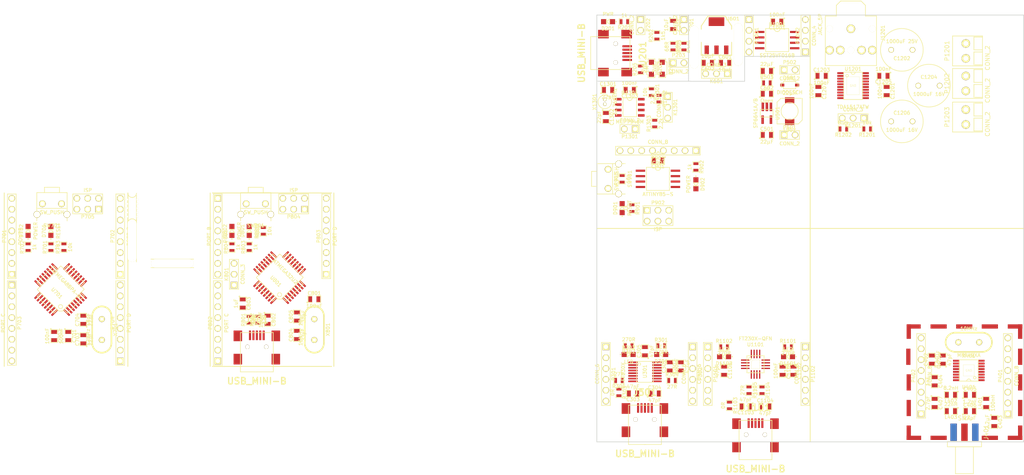
<source format=kicad_pcb>
(kicad_pcb (version 3) (host pcbnew "(2013-may-18)-stable")
  (layers (15 F.Cu signal) (0 B.Cu signal) (18 B.Paste user) (19 F.Paste user) (20 B.SilkS user) (21 F.SilkS user) (22 B.Mask user) (23 F.Mask user) (28 Edge.Cuts user))
  (net 0 "")
  (net 1 /AVR-ATmegax8/ADC6)
  (net 2 /AVR-ATmegax8/ADC7)
  (net 3 /AVR-ATmegax8/AREF)
  (net 4 /AVR-ATmegax8/MISO)
  (net 5 /AVR-ATmegax8/MOSI)
  (net 6 /AVR-ATmegax8/PB0)
  (net 7 /AVR-ATmegax8/PB1)
  (net 8 /AVR-ATmegax8/PB2)
  (net 9 /AVR-ATmegax8/PB5)
  (net 10 /AVR-ATmegax8/PB6)
  (net 11 /AVR-ATmegax8/PB7)
  (net 12 /AVR-ATmegax8/PC0)
  (net 13 /AVR-ATmegax8/PC1)
  (net 14 /AVR-ATmegax8/PC2)
  (net 15 /AVR-ATmegax8/PC3)
  (net 16 /AVR-ATmegax8/PC4)
  (net 17 /AVR-ATmegax8/PC5)
  (net 18 /AVR-ATmegax8/PC6)
  (net 19 /AVR-ATmegax8/PD0)
  (net 20 /AVR-ATmegax8/PD1)
  (net 21 /AVR-ATmegax8/PD2)
  (net 22 /AVR-ATmegax8/PD3)
  (net 23 /AVR-ATmegax8/PD4)
  (net 24 /AVR-ATmegax8/PD5)
  (net 25 /AVR-ATmegax8/PD6)
  (net 26 /AVR-ATmegax8/PD7)
  (net 27 /AVR-ATmegaxU2/AVR_VCC)
  (net 28 /AVR-ATmegaxU2/MISO)
  (net 29 /AVR-ATmegaxU2/MOSI)
  (net 30 /AVR-ATmegaxU2/PB0)
  (net 31 /AVR-ATmegaxU2/PB1)
  (net 32 /AVR-ATmegaxU2/PB4)
  (net 33 /AVR-ATmegaxU2/PB5)
  (net 34 /AVR-ATmegaxU2/PB6)
  (net 35 /AVR-ATmegaxU2/PB7)
  (net 36 /AVR-ATmegaxU2/PC2)
  (net 37 /AVR-ATmegaxU2/PC4)
  (net 38 /AVR-ATmegaxU2/PC5)
  (net 39 /AVR-ATmegaxU2/PC6)
  (net 40 /AVR-ATmegaxU2/PC7)
  (net 41 /AVR-ATmegaxU2/PD0)
  (net 42 /AVR-ATmegaxU2/PD1)
  (net 43 /AVR-ATmegaxU2/PD2)
  (net 44 /AVR-ATmegaxU2/PD3)
  (net 45 /AVR-ATmegaxU2/PD4)
  (net 46 /AVR-ATmegaxU2/PD5)
  (net 47 /AVR-ATmegaxU2/PD6)
  (net 48 /AVR-ATmegaxU2/PD7)
  (net 49 /AVR-ATmegaxU2/UCAP)
  (net 50 /AVR-ATmegaxU2/XTAL1)
  (net 51 /AVR-ATmegaxU2/XTAL2)
  (net 52 /AVR-ATmegaxU2/~RESET)
  (net 53 /AVR-ATtinyx5/MISO)
  (net 54 /AVR-ATtinyx5/MOSI)
  (net 55 /AVR-ATtinyx5/PB2)
  (net 56 /AVR-ATtinyx5/PB3)
  (net 57 /AVR-ATtinyx5/PB4)
  (net 58 /AVR-ATtinyx5/PB5)
  (net 59 "/Audio amplifier/Mute")
  (net 60 "/Audio amplifier/StandBy")
  (net 61 /FT230X-QFN/CBUS0)
  (net 62 /FT230X-QFN/CBUS1)
  (net 63 /FT230X-QFN/CBUS2)
  (net 64 /FT230X-QFN/CBUS3)
  (net 65 /FT230X-QFN/RxD)
  (net 66 /FT230X-QFN/TxD)
  (net 67 /FT230X-QFN/VCCIO)
  (net 68 /FT230X-QFN/~CTS)
  (net 69 /FT230X-QFN/~RTS)
  (net 70 /FT230X/CBUS0)
  (net 71 /FT230X/CBUS1)
  (net 72 /FT230X/CBUS2)
  (net 73 /FT230X/CBUS3)
  (net 74 /FT230X/RxD)
  (net 75 /FT230X/TxD)
  (net 76 /FT230X/VCCIO)
  (net 77 /FT230X/~CTS)
  (net 78 /FT230X/~RTS)
  (net 79 /MRF49XA/Radio_CLKOUT)
  (net 80 /MRF49XA/Radio_DIO)
  (net 81 /MRF49XA/Radio_FINT)
  (net 82 /MRF49XA/Radio_RSSIO)
  (net 83 /MRF49XA/Radio_SPI_CLK)
  (net 84 /MRF49XA/Radio_SPI_MISO)
  (net 85 /MRF49XA/Radio_SPI_MOSI)
  (net 86 /MRF49XA/~Radio_FSEL)
  (net 87 /MRF49XA/~Radio_IRO)
  (net 88 /MRF49XA/~Radio_SPI_CS)
  (net 89 /step-up/VBATT)
  (net 90 /step-up/Vout)
  (net 91 /voltage-reg/Vin)
  (net 92 /voltage-reg/Vout)
  (net 93 GND1)
  (net 94 GND10)
  (net 95 GND11)
  (net 96 GND12)
  (net 97 GND2)
  (net 98 GND3)
  (net 99 GND4)
  (net 100 GND5)
  (net 101 GND6)
  (net 102 GND7)
  (net 103 GND8)
  (net 104 GND9)
  (net 105 N-000001)
  (net 106 N-00000100)
  (net 107 N-00000101)
  (net 108 N-00000103)
  (net 109 N-00000104)
  (net 110 N-00000117)
  (net 111 N-00000119)
  (net 112 N-00000123)
  (net 113 N-00000124)
  (net 114 N-00000131)
  (net 115 N-00000132)
  (net 116 N-00000133)
  (net 117 N-00000134)
  (net 118 N-00000135)
  (net 119 N-00000136)
  (net 120 N-00000143)
  (net 121 N-00000144)
  (net 122 N-00000150)
  (net 123 N-00000151)
  (net 124 N-00000152)
  (net 125 N-00000154)
  (net 126 N-00000155)
  (net 127 N-00000156)
  (net 128 N-00000158)
  (net 129 N-00000159)
  (net 130 N-00000160)
  (net 131 N-00000161)
  (net 132 N-00000162)
  (net 133 N-00000166)
  (net 134 N-00000167)
  (net 135 N-00000168)
  (net 136 N-00000169)
  (net 137 N-0000017)
  (net 138 N-00000170)
  (net 139 N-00000171)
  (net 140 N-00000172)
  (net 141 N-00000173)
  (net 142 N-00000174)
  (net 143 N-00000175)
  (net 144 N-00000176)
  (net 145 N-00000177)
  (net 146 N-00000178)
  (net 147 N-00000179)
  (net 148 N-0000018)
  (net 149 N-00000180)
  (net 150 N-00000183)
  (net 151 N-00000184)
  (net 152 N-00000185)
  (net 153 N-00000186)
  (net 154 N-000002)
  (net 155 N-0000021)
  (net 156 N-0000022)
  (net 157 N-0000023)
  (net 158 N-0000025)
  (net 159 N-0000026)
  (net 160 N-0000027)
  (net 161 N-000004)
  (net 162 N-0000041)
  (net 163 N-0000042)
  (net 164 N-0000043)
  (net 165 N-0000044)
  (net 166 N-0000045)
  (net 167 N-0000046)
  (net 168 N-0000048)
  (net 169 N-000005)
  (net 170 N-0000054)
  (net 171 N-0000055)
  (net 172 N-000007)
  (net 173 N-000008)
  (net 174 N-0000092)
  (net 175 N-0000093)
  (net 176 Radio_RESETn)
  (net 177 VCC1)
  (net 178 VCC10)
  (net 179 VCC11)
  (net 180 VCC12)
  (net 181 VCC2)
  (net 182 VCC3)
  (net 183 VCC6)
  (net 184 VCC7)
  (net 185 VCC8)
  (net 186 VCC9)
  (module breakaway (layer F.Cu) (at 56.134 110.236 90)
    (fp_text reference breakaway hide)
    (fp_text value VAL** hide)
    (pad "" np_thru_hole circle (at -2 1.25 90) (size 0.5 0.5) (drill 0.5) (layers *.Cu *.Mask F.SilkS))
    (pad "" np_thru_hole circle (at 2 1.25 90) (size 0.5 0.5) (drill 0.5) (layers *.Cu *.Mask F.SilkS))
    (pad "" np_thru_hole circle (at -1 1.25 90) (size 0.5 0.5) (drill 0.5) (layers *.Cu *.Mask F.SilkS))
    (pad "" np_thru_hole circle (at 1 1.25 90) (size 0.5 0.5) (drill 0.5) (layers *.Cu *.Mask F.SilkS))
    (pad "" np_thru_hole circle (at 0 1.25 90) (size 0.5 0.5) (drill 0.5) (layers *.Cu *.Mask F.SilkS))
    (pad "" np_thru_hole circle (at 0 -1.25 90) (size 0.5 0.5) (drill 0.5) (layers *.Cu *.Mask F.SilkS))
    (pad "" np_thru_hole circle (at 1 -1.25 90) (size 0.5 0.5) (drill 0.5) (layers *.Cu *.Mask F.SilkS))
    (pad "" np_thru_hole circle (at -1 -1.25 90) (size 0.5 0.5) (drill 0.5) (layers *.Cu *.Mask F.SilkS))
    (pad "" np_thru_hole circle (at 2 -1.25 90) (size 0.5 0.5) (drill 0.5) (layers *.Cu *.Mask F.SilkS))
    (pad "" np_thru_hole circle (at -2 -1.25 90) (size 0.5 0.5) (drill 0.5) (layers *.Cu *.Mask F.SilkS))
  )
  (module slot-10mm (layer F.Cu) (at 56.134 117.856 90)
    (fp_text reference slot-10mm hide)
    (fp_text value VAL** hide)
    (pad "" np_thru_hole oval (at 0 0 90) (size 10 2) (drill oval 10 2) (layers *.Cu *.Mask F.SilkS))
  )
  (module BMIS-203_Shield (layer F.Cu) (at 251.0917 151.0665 180)
    (fp_text reference BMIS-203_Shield hide)
    (fp_text value VAL** hide)
    (pad "" smd rect (at -6 13.1 180) (size 3.8 1) (layers F.Cu F.Paste F.Mask))
    (pad "" smd rect (at 0 13.1 180) (size 3.8 1) (layers F.Cu F.Paste F.Mask))
    (pad "" smd rect (at 6 13.1 180) (size 3.8 1) (layers F.Cu F.Paste F.Mask))
    (pad "" smd rect (at -11.9 13.1 180) (size 3.4 1) (layers F.Cu F.Paste F.Mask))
    (pad "" smd rect (at -13.1 11.9 270) (size 3.4 1) (layers F.Cu F.Paste F.Mask))
    (pad "" smd rect (at 13 11.9 270) (size 3.4 1) (layers F.Cu F.Paste F.Mask))
    (pad "" smd rect (at 11.8 13.1 180) (size 3.2 1) (layers F.Cu F.Paste F.Mask))
    (pad "" smd rect (at -13.1 6 270) (size 3.8 1) (layers F.Cu F.Paste F.Mask))
    (pad "" smd rect (at -13.1 0 270) (size 3.8 1) (layers F.Cu F.Paste F.Mask))
    (pad "" smd rect (at -13.1 -6 270) (size 3.8 1) (layers F.Cu F.Paste F.Mask))
    (pad "" smd rect (at -13.1 -11.8 270) (size 3.4 1) (layers F.Cu F.Paste F.Mask))
    (pad "" smd rect (at 13.1 6 270) (size 3.8 1) (layers F.Cu F.Paste F.Mask))
    (pad "" smd rect (at 13 0 270) (size 3.8 1) (layers F.Cu F.Paste F.Mask))
    (pad "" smd rect (at 13 -6 270) (size 3.8 1) (layers F.Cu F.Paste F.Mask))
    (pad "" smd rect (at 13 -11.8 270) (size 3.4 1) (layers F.Cu F.Paste F.Mask))
    (pad "" smd rect (at -11.9 -13 180) (size 3.4 1) (layers F.Cu F.Paste F.Mask))
    (pad "" smd rect (at -6 -13 180) (size 3.8 1) (layers F.Cu F.Paste F.Mask))
    (pad "" smd rect (at 6 -13 180) (size 3.8 1) (layers F.Cu F.Paste F.Mask))
    (pad "" smd rect (at 11.8 -13 180) (size 3.4 1) (layers F.Cu F.Paste F.Mask))
  )
  (module SMD0805 (layer F.Cu) (at 182.88 67.31 270)
    (fp_text reference C201 (at 0 -1.4 270) (layer F.SilkS) (effects (font (size 0.8128 0.8128) (thickness 0.1524))))
    (fp_text value 10uF (at 0 1.6 270) (layer F.SilkS) (effects (font (size 0.8128 0.8128) (thickness 0.1524))))
    (pad 1 smd rect (at -0.9525 0 270) (size 0.889 1.397) (layers F.Cu F.Paste F.Mask) (net 177 VCC1))
    (pad 2 smd rect (at 0.9525 0 270) (size 0.889 1.397) (layers F.Cu F.Paste F.Mask) (net 93 GND1))
  )
  (module SMD0805 (layer F.Cu) (at 182.118 147.32 90)
    (fp_text reference C301 (at 0 -1.4 90) (layer F.SilkS) (effects (font (size 0.8128 0.8128) (thickness 0.1524))))
    (fp_text value 100nF (at 0 1.6 90) (layer F.SilkS) (effects (font (size 0.8128 0.8128) (thickness 0.1524))))
    (pad 1 smd rect (at -0.9525 0 90) (size 0.889 1.397) (layers F.Cu F.Paste F.Mask) (net 181 VCC2))
    (pad 2 smd rect (at 0.9525 0 90) (size 0.889 1.397) (layers F.Cu F.Paste F.Mask) (net 97 GND2))
  )
  (module SMD0805 (layer F.Cu) (at 184.658 147.32 90)
    (fp_text reference C302 (at 0 -1.4 90) (layer F.SilkS) (effects (font (size 0.8128 0.8128) (thickness 0.1524))))
    (fp_text value 4.7uF (at 0 1.6 90) (layer F.SilkS) (effects (font (size 0.8128 0.8128) (thickness 0.1524))))
    (pad 1 smd rect (at -0.9525 0 90) (size 0.889 1.397) (layers F.Cu F.Paste F.Mask) (net 181 VCC2))
    (pad 2 smd rect (at 0.9525 0 90) (size 0.889 1.397) (layers F.Cu F.Paste F.Mask) (net 97 GND2))
  )
  (module SMD0805 (layer F.Cu) (at 173.482 153.67 180)
    (fp_text reference C303 (at 0 -1.4 180) (layer F.SilkS) (effects (font (size 0.8128 0.8128) (thickness 0.1524))))
    (fp_text value 47pF (at 0 1.6 180) (layer F.SilkS) (effects (font (size 0.8128 0.8128) (thickness 0.1524))))
    (pad 1 smd rect (at -0.9525 0 180) (size 0.889 1.397) (layers F.Cu F.Paste F.Mask) (net 156 N-0000022))
    (pad 2 smd rect (at 0.9525 0 180) (size 0.889 1.397) (layers F.Cu F.Paste F.Mask) (net 97 GND2))
  )
  (module SMD0805 (layer F.Cu) (at 178.562 153.67)
    (fp_text reference C304 (at 0 -1.4) (layer F.SilkS) (effects (font (size 0.8128 0.8128) (thickness 0.1524))))
    (fp_text value 47pF (at 0 1.6) (layer F.SilkS) (effects (font (size 0.8128 0.8128) (thickness 0.1524))))
    (pad 1 smd rect (at -0.9525 0) (size 0.889 1.397) (layers F.Cu F.Paste F.Mask) (net 157 N-0000023))
    (pad 2 smd rect (at 0.9525 0) (size 0.889 1.397) (layers F.Cu F.Paste F.Mask) (net 97 GND2))
  )
  (module SMD0805 (layer F.Cu) (at 176.276 143.764 90)
    (fp_text reference C305 (at 0 -1.4 90) (layer F.SilkS) (effects (font (size 0.8128 0.8128) (thickness 0.1524))))
    (fp_text value 47pF (at 0 1.6 90) (layer F.SilkS) (effects (font (size 0.8128 0.8128) (thickness 0.1524))))
    (pad 1 smd rect (at -0.9525 0 90) (size 0.889 1.397) (layers F.Cu F.Paste F.Mask) (net 76 /FT230X/VCCIO))
    (pad 2 smd rect (at 0.9525 0 90) (size 0.889 1.397) (layers F.Cu F.Paste F.Mask) (net 97 GND2))
  )
  (module SMD0805 (layer F.Cu) (at 246.0625 145.7325 90)
    (fp_text reference C401 (at 0 -1.4 90) (layer F.SilkS) (effects (font (size 0.8128 0.8128) (thickness 0.1524))))
    (fp_text value 47pF (at 0 1.6 90) (layer F.SilkS) (effects (font (size 0.8128 0.8128) (thickness 0.1524))))
    (pad 1 smd rect (at -0.9525 0 90) (size 0.889 1.397) (layers F.Cu F.Paste F.Mask) (net 178 VCC10))
    (pad 2 smd rect (at 0.9525 0 90) (size 0.889 1.397) (layers F.Cu F.Paste F.Mask) (net 94 GND10))
  )
  (module SMD0805 (layer F.Cu) (at 243.5225 145.7325 90)
    (fp_text reference C402 (at 0 -1.4 90) (layer F.SilkS) (effects (font (size 0.8128 0.8128) (thickness 0.1524))))
    (fp_text value 0.01µF (at 0 1.6 90) (layer F.SilkS) (effects (font (size 0.8128 0.8128) (thickness 0.1524))))
    (pad 1 smd rect (at -0.9525 0 90) (size 0.889 1.397) (layers F.Cu F.Paste F.Mask) (net 178 VCC10))
    (pad 2 smd rect (at 0.9525 0 90) (size 0.889 1.397) (layers F.Cu F.Paste F.Mask) (net 94 GND10))
  )
  (module SMD0805 (layer F.Cu) (at 258.1275 160.3375 270)
    (fp_text reference C403 (at 0 -1.4 270) (layer F.SilkS) (effects (font (size 0.8128 0.8128) (thickness 0.1524))))
    (fp_text value 2.2µF (at 0 1.6 270) (layer F.SilkS) (effects (font (size 0.8128 0.8128) (thickness 0.1524))))
    (pad 1 smd rect (at -0.9525 0 270) (size 0.889 1.397) (layers F.Cu F.Paste F.Mask) (net 178 VCC10))
    (pad 2 smd rect (at 0.9525 0 270) (size 0.889 1.397) (layers F.Cu F.Paste F.Mask) (net 94 GND10))
  )
  (module SMD0805 (layer F.Cu) (at 244.1575 150.8125 270)
    (fp_text reference C404 (at 0 -1.4 270) (layer F.SilkS) (effects (font (size 0.8128 0.8128) (thickness 0.1524))))
    (fp_text value 1nF (at 0 1.6 270) (layer F.SilkS) (effects (font (size 0.8128 0.8128) (thickness 0.1524))))
    (pad 1 smd rect (at -0.9525 0 270) (size 0.889 1.397) (layers F.Cu F.Paste F.Mask) (net 82 /MRF49XA/Radio_RSSIO))
    (pad 2 smd rect (at 0.9525 0 270) (size 0.889 1.397) (layers F.Cu F.Paste F.Mask) (net 94 GND10))
  )
  (module SMD0805 (layer F.Cu) (at 252.4125 153.9875)
    (fp_text reference C405 (at 0 -1.4) (layer F.SilkS) (effects (font (size 0.8128 0.8128) (thickness 0.1524))))
    (fp_text value 1.2pF (at 0 1.6) (layer F.SilkS) (effects (font (size 0.8128 0.8128) (thickness 0.1524))))
    (pad 1 smd rect (at -0.9525 0) (size 0.889 1.397) (layers F.Cu F.Paste F.Mask) (net 166 N-0000045))
    (pad 2 smd rect (at 0.9525 0) (size 0.889 1.397) (layers F.Cu F.Paste F.Mask) (net 165 N-0000044))
  )
  (module SMD0805 (layer F.Cu) (at 252.4125 157.7975)
    (fp_text reference C406 (at 0 -1.4) (layer F.SilkS) (effects (font (size 0.8128 0.8128) (thickness 0.1524))))
    (fp_text value 27pF (at 0 1.6) (layer F.SilkS) (effects (font (size 0.8128 0.8128) (thickness 0.1524))))
    (pad 1 smd rect (at -0.9525 0) (size 0.889 1.397) (layers F.Cu F.Paste F.Mask) (net 165 N-0000044))
    (pad 2 smd rect (at 0.9525 0) (size 0.889 1.397) (layers F.Cu F.Paste F.Mask) (net 162 N-0000041))
  )
  (module SMD0805 (layer F.Cu) (at 244.1575 155.8925 270)
    (fp_text reference C407 (at 0 -1.4 270) (layer F.SilkS) (effects (font (size 0.8128 0.8128) (thickness 0.1524))))
    (fp_text value 2.7pF (at 0 1.6 270) (layer F.SilkS) (effects (font (size 0.8128 0.8128) (thickness 0.1524))))
    (pad 1 smd rect (at -0.9525 0 270) (size 0.889 1.397) (layers F.Cu F.Paste F.Mask) (net 94 GND10))
    (pad 2 smd rect (at 0.9525 0 270) (size 0.889 1.397) (layers F.Cu F.Paste F.Mask) (net 164 N-0000043))
  )
  (module SMD0805 (layer F.Cu) (at 204.851 93.091)
    (fp_text reference C501 (at 0 -1.4) (layer F.SilkS) (effects (font (size 0.8128 0.8128) (thickness 0.1524))))
    (fp_text value 22µF (at 0 1.6) (layer F.SilkS) (effects (font (size 0.8128 0.8128) (thickness 0.1524))))
    (pad 1 smd rect (at -0.9525 0) (size 0.889 1.397) (layers F.Cu F.Paste F.Mask) (net 89 /step-up/VBATT))
    (pad 2 smd rect (at 0.9525 0) (size 0.889 1.397) (layers F.Cu F.Paste F.Mask) (net 99 GND4))
  )
  (module SMD0805 (layer F.Cu) (at 204.851 83.439)
    (fp_text reference C502 (at 0 -1.4) (layer F.SilkS) (effects (font (size 0.8128 0.8128) (thickness 0.1524))))
    (fp_text value Open (at 0 1.6) (layer F.SilkS) (effects (font (size 0.8128 0.8128) (thickness 0.1524))))
    (pad 1 smd rect (at -0.9525 0) (size 0.889 1.397) (layers F.Cu F.Paste F.Mask) (net 168 N-0000048))
    (pad 2 smd rect (at 0.9525 0) (size 0.889 1.397) (layers F.Cu F.Paste F.Mask) (net 99 GND4))
  )
  (module SMD0805 (layer F.Cu) (at 204.851 78.105 180)
    (fp_text reference C503 (at 0 -1.4 180) (layer F.SilkS) (effects (font (size 0.8128 0.8128) (thickness 0.1524))))
    (fp_text value 22µF (at 0 1.6 180) (layer F.SilkS) (effects (font (size 0.8128 0.8128) (thickness 0.1524))))
    (pad 1 smd rect (at -0.9525 0 180) (size 0.889 1.397) (layers F.Cu F.Paste F.Mask) (net 90 /step-up/Vout))
    (pad 2 smd rect (at 0.9525 0 180) (size 0.889 1.397) (layers F.Cu F.Paste F.Mask) (net 99 GND4))
  )
  (module SMD0805 (layer F.Cu) (at 195.072 76.2)
    (fp_text reference C601 (at 0 -1.4) (layer F.SilkS) (effects (font (size 0.8128 0.8128) (thickness 0.1524))))
    (fp_text value 10µF (at 0 1.6) (layer F.SilkS) (effects (font (size 0.8128 0.8128) (thickness 0.1524))))
    (pad 1 smd rect (at -0.9525 0) (size 0.889 1.397) (layers F.Cu F.Paste F.Mask) (net 91 /voltage-reg/Vin))
    (pad 2 smd rect (at 0.9525 0) (size 0.889 1.397) (layers F.Cu F.Paste F.Mask) (net 100 GND5))
  )
  (module SMD0805 (layer F.Cu) (at 191.008 76.2 180)
    (fp_text reference C602 (at 0 -1.4 180) (layer F.SilkS) (effects (font (size 0.8128 0.8128) (thickness 0.1524))))
    (fp_text value 10µF (at 0 1.6 180) (layer F.SilkS) (effects (font (size 0.8128 0.8128) (thickness 0.1524))))
    (pad 1 smd rect (at -0.9525 0 180) (size 0.889 1.397) (layers F.Cu F.Paste F.Mask) (net 92 /voltage-reg/Vout))
    (pad 2 smd rect (at 0.9525 0 180) (size 0.889 1.397) (layers F.Cu F.Paste F.Mask) (net 100 GND5))
  )
  (module SMD0805 (layer F.Cu) (at 41.148 140.208 270)
    (fp_text reference C701 (at 0 -1.4 270) (layer F.SilkS) (effects (font (size 0.8128 0.8128) (thickness 0.1524))))
    (fp_text value 100nF (at 0 1.6 270) (layer F.SilkS) (effects (font (size 0.8128 0.8128) (thickness 0.1524))))
    (pad 1 smd rect (at -0.9525 0 270) (size 0.889 1.397) (layers F.Cu F.Paste F.Mask) (net 183 VCC6))
    (pad 2 smd rect (at 0.9525 0 270) (size 0.889 1.397) (layers F.Cu F.Paste F.Mask) (net 101 GND6))
  )
  (module SMD0805 (layer F.Cu) (at 37.846 140.208 270)
    (fp_text reference C702 (at 0 -1.4 270) (layer F.SilkS) (effects (font (size 0.8128 0.8128) (thickness 0.1524))))
    (fp_text value 100nF (at 0 1.6 270) (layer F.SilkS) (effects (font (size 0.8128 0.8128) (thickness 0.1524))))
    (pad 1 smd rect (at -0.9525 0 270) (size 0.889 1.397) (layers F.Cu F.Paste F.Mask) (net 183 VCC6))
    (pad 2 smd rect (at 0.9525 0 270) (size 0.889 1.397) (layers F.Cu F.Paste F.Mask) (net 101 GND6))
  )
  (module SMD0805 (layer F.Cu) (at 44.704 140.97 90)
    (fp_text reference C703 (at 0 -1.4 90) (layer F.SilkS) (effects (font (size 0.8128 0.8128) (thickness 0.1524))))
    (fp_text value 22pF (at 0 1.6 90) (layer F.SilkS) (effects (font (size 0.8128 0.8128) (thickness 0.1524))))
    (pad 1 smd rect (at -0.9525 0 90) (size 0.889 1.397) (layers F.Cu F.Paste F.Mask) (net 101 GND6))
    (pad 2 smd rect (at 0.9525 0 90) (size 0.889 1.397) (layers F.Cu F.Paste F.Mask) (net 10 /AVR-ATmegax8/PB6))
  )
  (module SMD0805 (layer F.Cu) (at 44.704 136.398 90)
    (fp_text reference C704 (at 0 -1.4 90) (layer F.SilkS) (effects (font (size 0.8128 0.8128) (thickness 0.1524))))
    (fp_text value 22pF (at 0 1.6 90) (layer F.SilkS) (effects (font (size 0.8128 0.8128) (thickness 0.1524))))
    (pad 1 smd rect (at -0.9525 0 90) (size 0.889 1.397) (layers F.Cu F.Paste F.Mask) (net 101 GND6))
    (pad 2 smd rect (at 0.9525 0 90) (size 0.889 1.397) (layers F.Cu F.Paste F.Mask) (net 11 /AVR-ATmegax8/PB7))
  )
  (module SMD0805 (layer F.Cu) (at 98.806 131.572)
    (fp_text reference C801 (at 0 -1.4) (layer F.SilkS) (effects (font (size 0.8128 0.8128) (thickness 0.1524))))
    (fp_text value 100nF (at 0 1.6) (layer F.SilkS) (effects (font (size 0.8128 0.8128) (thickness 0.1524))))
    (pad 1 smd rect (at -0.9525 0) (size 0.889 1.397) (layers F.Cu F.Paste F.Mask) (net 27 /AVR-ATmegaxU2/AVR_VCC))
    (pad 2 smd rect (at 0.9525 0) (size 0.889 1.397) (layers F.Cu F.Paste F.Mask) (net 102 GND7))
  )
  (module SMD0805 (layer F.Cu) (at 87.884 136.398 270)
    (fp_text reference C802 (at 0 -1.4 270) (layer F.SilkS) (effects (font (size 0.8128 0.8128) (thickness 0.1524))))
    (fp_text value 100nF (at 0 1.6 270) (layer F.SilkS) (effects (font (size 0.8128 0.8128) (thickness 0.1524))))
    (pad 1 smd rect (at -0.9525 0 270) (size 0.889 1.397) (layers F.Cu F.Paste F.Mask) (net 27 /AVR-ATmegaxU2/AVR_VCC))
    (pad 2 smd rect (at 0.9525 0 270) (size 0.889 1.397) (layers F.Cu F.Paste F.Mask) (net 102 GND7))
  )
  (module SMD0805 (layer F.Cu) (at 82.042 132.588 270)
    (fp_text reference C803 (at 0 -1.4 270) (layer F.SilkS) (effects (font (size 0.8128 0.8128) (thickness 0.1524))))
    (fp_text value 1uF (at 0 1.6 270) (layer F.SilkS) (effects (font (size 0.8128 0.8128) (thickness 0.1524))))
    (pad 1 smd rect (at -0.9525 0 270) (size 0.889 1.397) (layers F.Cu F.Paste F.Mask) (net 49 /AVR-ATmegaxU2/UCAP))
    (pad 2 smd rect (at 0.9525 0 270) (size 0.889 1.397) (layers F.Cu F.Paste F.Mask) (net 102 GND7))
  )
  (module SMD0805 (layer F.Cu) (at 94.742 139.954 90)
    (fp_text reference C804 (at 0 -1.4 90) (layer F.SilkS) (effects (font (size 0.8128 0.8128) (thickness 0.1524))))
    (fp_text value 22pF (at 0 1.6 90) (layer F.SilkS) (effects (font (size 0.8128 0.8128) (thickness 0.1524))))
    (pad 1 smd rect (at -0.9525 0 90) (size 0.889 1.397) (layers F.Cu F.Paste F.Mask) (net 102 GND7))
    (pad 2 smd rect (at 0.9525 0 90) (size 0.889 1.397) (layers F.Cu F.Paste F.Mask) (net 50 /AVR-ATmegaxU2/XTAL1))
  )
  (module SMD0805 (layer F.Cu) (at 94.742 135.636 90)
    (fp_text reference C805 (at 0 -1.4 90) (layer F.SilkS) (effects (font (size 0.8128 0.8128) (thickness 0.1524))))
    (fp_text value 22pF (at 0 1.6 90) (layer F.SilkS) (effects (font (size 0.8128 0.8128) (thickness 0.1524))))
    (pad 1 smd rect (at -0.9525 0 90) (size 0.889 1.397) (layers F.Cu F.Paste F.Mask) (net 102 GND7))
    (pad 2 smd rect (at 0.9525 0 90) (size 0.889 1.397) (layers F.Cu F.Paste F.Mask) (net 51 /AVR-ATmegaxU2/XTAL2))
  )
  (module SMD0805 (layer F.Cu) (at 179.324 99.06 180)
    (fp_text reference C901 (at 0 -1.4 180) (layer F.SilkS) (effects (font (size 0.8128 0.8128) (thickness 0.1524))))
    (fp_text value 100nF (at 0 1.6 180) (layer F.SilkS) (effects (font (size 0.8128 0.8128) (thickness 0.1524))))
    (pad 1 smd rect (at -0.9525 0 180) (size 0.889 1.397) (layers F.Cu F.Paste F.Mask) (net 185 VCC8))
    (pad 2 smd rect (at 0.9525 0 180) (size 0.889 1.397) (layers F.Cu F.Paste F.Mask) (net 103 GND8))
  )
  (module SMD0805 (layer F.Cu) (at 207.264 66.548 180)
    (fp_text reference C1001 (at 0 -1.4 180) (layer F.SilkS) (effects (font (size 0.8128 0.8128) (thickness 0.1524))))
    (fp_text value 100nF (at 0 1.6 180) (layer F.SilkS) (effects (font (size 0.8128 0.8128) (thickness 0.1524))))
    (pad 1 smd rect (at -0.9525 0 180) (size 0.889 1.397) (layers F.Cu F.Paste F.Mask) (net 186 VCC9))
    (pad 2 smd rect (at 0.9525 0 180) (size 0.889 1.397) (layers F.Cu F.Paste F.Mask) (net 104 GND9))
  )
  (module SMD0805 (layer F.Cu) (at 208.534 148.336 270)
    (fp_text reference C1101 (at 0 -1.4 270) (layer F.SilkS) (effects (font (size 0.8128 0.8128) (thickness 0.1524))))
    (fp_text value 100nF (at 0 1.6 270) (layer F.SilkS) (effects (font (size 0.8128 0.8128) (thickness 0.1524))))
    (pad 1 smd rect (at -0.9525 0 270) (size 0.889 1.397) (layers F.Cu F.Paste F.Mask) (net 182 VCC3))
    (pad 2 smd rect (at 0.9525 0 270) (size 0.889 1.397) (layers F.Cu F.Paste F.Mask) (net 98 GND3))
  )
  (module SMD0805 (layer F.Cu) (at 211.074 148.336 270)
    (fp_text reference C1102 (at 0 -1.4 270) (layer F.SilkS) (effects (font (size 0.8128 0.8128) (thickness 0.1524))))
    (fp_text value 4.7uF (at 0 1.6 270) (layer F.SilkS) (effects (font (size 0.8128 0.8128) (thickness 0.1524))))
    (pad 1 smd rect (at -0.9525 0 270) (size 0.889 1.397) (layers F.Cu F.Paste F.Mask) (net 182 VCC3))
    (pad 2 smd rect (at 0.9525 0 270) (size 0.889 1.397) (layers F.Cu F.Paste F.Mask) (net 98 GND3))
  )
  (module SMD0805 (layer F.Cu) (at 199.898 156.718 180)
    (fp_text reference C1103 (at 0 -1.4 180) (layer F.SilkS) (effects (font (size 0.8128 0.8128) (thickness 0.1524))))
    (fp_text value 47pF (at 0 1.6 180) (layer F.SilkS) (effects (font (size 0.8128 0.8128) (thickness 0.1524))))
    (pad 1 smd rect (at -0.9525 0 180) (size 0.889 1.397) (layers F.Cu F.Paste F.Mask) (net 123 N-00000151))
    (pad 2 smd rect (at 0.9525 0 180) (size 0.889 1.397) (layers F.Cu F.Paste F.Mask) (net 98 GND3))
  )
  (module SMD0805 (layer F.Cu) (at 204.47 156.718)
    (fp_text reference C1104 (at 0 -1.4) (layer F.SilkS) (effects (font (size 0.8128 0.8128) (thickness 0.1524))))
    (fp_text value 47pF (at 0 1.6) (layer F.SilkS) (effects (font (size 0.8128 0.8128) (thickness 0.1524))))
    (pad 1 smd rect (at -0.9525 0) (size 0.889 1.397) (layers F.Cu F.Paste F.Mask) (net 124 N-00000152))
    (pad 2 smd rect (at 0.9525 0) (size 0.889 1.397) (layers F.Cu F.Paste F.Mask) (net 98 GND3))
  )
  (module SMD0805 (layer F.Cu) (at 194.818 148.336 270)
    (fp_text reference C1105 (at 0 -1.4 270) (layer F.SilkS) (effects (font (size 0.8128 0.8128) (thickness 0.1524))))
    (fp_text value 47pF (at 0 1.6 270) (layer F.SilkS) (effects (font (size 0.8128 0.8128) (thickness 0.1524))))
    (pad 1 smd rect (at -0.9525 0 270) (size 0.889 1.397) (layers F.Cu F.Paste F.Mask) (net 67 /FT230X-QFN/VCCIO))
    (pad 2 smd rect (at 0.9525 0 270) (size 0.889 1.397) (layers F.Cu F.Paste F.Mask) (net 98 GND3))
  )
  (module SMD0805 (layer F.Cu) (at 232.918 82.804 270)
    (fp_text reference C1201 (at 0 -1.4 270) (layer F.SilkS) (effects (font (size 0.8128 0.8128) (thickness 0.1524))))
    (fp_text value 100nF (at 0 1.6 270) (layer F.SilkS) (effects (font (size 0.8128 0.8128) (thickness 0.1524))))
    (pad 1 smd rect (at -0.9525 0 270) (size 0.889 1.397) (layers F.Cu F.Paste F.Mask) (net 179 VCC11))
    (pad 2 smd rect (at 0.9525 0 270) (size 0.889 1.397) (layers F.Cu F.Paste F.Mask) (net 95 GND11))
  )
  (module C_radial_10mm (layer F.Cu) (at 236.474 73.152 180)
    (fp_text reference C1202 (at 0 -2 180) (layer F.SilkS) (effects (font (size 0.8128 0.8128) (thickness 0.1524))))
    (fp_text value "1000uF 25V" (at 0 2 180) (layer F.SilkS) (effects (font (size 0.8128 0.8128) (thickness 0.1524))))
    (pad 1 thru_hole circle (at -2.5 0 180) (size 1.3 1.3) (drill 0.9) (layers *.Cu *.Mask F.SilkS) (net 179 VCC11))
    (pad 2 thru_hole circle (at 2.5 0 180) (size 1.3 1.3) (drill 0.9) (layers *.Cu *.Mask F.SilkS) (net 95 GND11))
  )
  (module SMD0805 (layer F.Cu) (at 217.678 79.248)
    (fp_text reference C1203 (at 0 -1.4) (layer F.SilkS) (effects (font (size 0.8128 0.8128) (thickness 0.1524))))
    (fp_text value 100nF (at 0 1.6) (layer F.SilkS) (effects (font (size 0.8128 0.8128) (thickness 0.1524))))
    (pad 1 smd rect (at -0.9525 0) (size 0.889 1.397) (layers F.Cu F.Paste F.Mask) (net 131 N-00000161))
    (pad 2 smd rect (at 0.9525 0) (size 0.889 1.397) (layers F.Cu F.Paste F.Mask) (net 129 N-00000159))
  )
  (module C_radial_10mm (layer F.Cu) (at 242.824 81.534)
    (fp_text reference C1204 (at 0 -2) (layer F.SilkS) (effects (font (size 0.8128 0.8128) (thickness 0.1524))))
    (fp_text value "1000uF 16V" (at 0 2) (layer F.SilkS) (effects (font (size 0.8128 0.8128) (thickness 0.1524))))
    (pad 1 thru_hole circle (at -2.5 0) (size 1.3 1.3) (drill 0.9) (layers *.Cu *.Mask F.SilkS) (net 142 N-00000174))
    (pad 2 thru_hole circle (at 2.5 0) (size 1.3 1.3) (drill 0.9) (layers *.Cu *.Mask F.SilkS) (net 135 N-00000168))
  )
  (module SMD0805 (layer F.Cu) (at 232.156 79.248 180)
    (fp_text reference C1205 (at 0 -1.4 180) (layer F.SilkS) (effects (font (size 0.8128 0.8128) (thickness 0.1524))))
    (fp_text value 100nF (at 0 1.6 180) (layer F.SilkS) (effects (font (size 0.8128 0.8128) (thickness 0.1524))))
    (pad 1 smd rect (at -0.9525 0 180) (size 0.889 1.397) (layers F.Cu F.Paste F.Mask) (net 132 N-00000162))
    (pad 2 smd rect (at 0.9525 0 180) (size 0.889 1.397) (layers F.Cu F.Paste F.Mask) (net 130 N-00000160))
  )
  (module C_radial_10mm (layer F.Cu) (at 236.474 89.916)
    (fp_text reference C1206 (at 0 -2) (layer F.SilkS) (effects (font (size 0.8128 0.8128) (thickness 0.1524))))
    (fp_text value "1000uF 16V" (at 0 2) (layer F.SilkS) (effects (font (size 0.8128 0.8128) (thickness 0.1524))))
    (pad 1 thru_hole circle (at -2.5 0) (size 1.3 1.3) (drill 0.9) (layers *.Cu *.Mask F.SilkS) (net 134 N-00000167))
    (pad 2 thru_hole circle (at 2.5 0) (size 1.3 1.3) (drill 0.9) (layers *.Cu *.Mask F.SilkS) (net 136 N-00000169))
  )
  (module SMD0805 (layer F.Cu) (at 216.916 82.804 270)
    (fp_text reference C1207 (at 0 -1.4 270) (layer F.SilkS) (effects (font (size 0.8128 0.8128) (thickness 0.1524))))
    (fp_text value 100uF (at 0 1.6 270) (layer F.SilkS) (effects (font (size 0.8128 0.8128) (thickness 0.1524))))
    (pad 1 smd rect (at -0.9525 0 270) (size 0.889 1.397) (layers F.Cu F.Paste F.Mask) (net 128 N-00000158))
    (pad 2 smd rect (at 0.9525 0 270) (size 0.889 1.397) (layers F.Cu F.Paste F.Mask) (net 95 GND11))
  )
  (module SMD0805 (layer F.Cu) (at 167.64 82.55)
    (fp_text reference C1301 (at 0 -1.4) (layer F.SilkS) (effects (font (size 0.8128 0.8128) (thickness 0.1524))))
    (fp_text value 22pF (at 0 1.6) (layer F.SilkS) (effects (font (size 0.8128 0.8128) (thickness 0.1524))))
    (pad 1 smd rect (at -0.9525 0) (size 0.889 1.397) (layers F.Cu F.Paste F.Mask) (net 147 N-00000179))
    (pad 2 smd rect (at 0.9525 0) (size 0.889 1.397) (layers F.Cu F.Paste F.Mask) (net 96 GND12))
  )
  (module SMD0805 (layer F.Cu) (at 167.132 88.9 270)
    (fp_text reference C1302 (at 0 -1.4 270) (layer F.SilkS) (effects (font (size 0.8128 0.8128) (thickness 0.1524))))
    (fp_text value 22pF (at 0 1.6 270) (layer F.SilkS) (effects (font (size 0.8128 0.8128) (thickness 0.1524))))
    (pad 1 smd rect (at -0.9525 0 270) (size 0.889 1.397) (layers F.Cu F.Paste F.Mask) (net 149 N-00000180))
    (pad 2 smd rect (at 0.9525 0 270) (size 0.889 1.397) (layers F.Cu F.Paste F.Mask) (net 96 GND12))
  )
  (module SMD0805 (layer F.Cu) (at 172.72 82.55 180)
    (fp_text reference C1303 (at 0 -1.4 180) (layer F.SilkS) (effects (font (size 0.8128 0.8128) (thickness 0.1524))))
    (fp_text value 100nF (at 0 1.6 180) (layer F.SilkS) (effects (font (size 0.8128 0.8128) (thickness 0.1524))))
    (pad 1 smd rect (at -0.9525 0 180) (size 0.889 1.397) (layers F.Cu F.Paste F.Mask) (net 180 VCC12))
    (pad 2 smd rect (at 0.9525 0 180) (size 0.889 1.397) (layers F.Cu F.Paste F.Mask) (net 96 GND12))
  )
  (module LED-0805 (layer F.Cu) (at 167.64 66.548 180)
    (fp_text reference D201 (at 0 -1.6 180) (layer F.SilkS) (effects (font (size 0.8128 0.8128) (thickness 0.1524))))
    (fp_text value PWR (at 0 1.75 180) (layer F.SilkS) (effects (font (size 0.8128 0.8128) (thickness 0.1524))))
    (pad 1 smd rect (at -1.04902 0 180) (size 1.19888 1.19888) (layers F.Cu F.Paste F.Mask) (net 161 N-000004))
    (pad 2 smd rect (at 1.04902 0 180) (size 1.19888 1.19888) (layers F.Cu F.Paste F.Mask) (net 93 GND1))
  )
  (module SOD123F (layer F.Cu) (at 177.8 77.47 90)
    (fp_text reference D202 (at 0 2 90) (layer F.SilkS) (effects (font (size 0.8128 0.8128) (thickness 0.1524))))
    (fp_text value 3V6 (at 0 -1.8 90) (layer F.SilkS) (effects (font (size 0.8128 0.8128) (thickness 0.1524))))
    (pad 1 smd rect (at -1.4 0 90) (size 1.2 1.2) (layers F.Cu F.Paste F.Mask) (net 93 GND1))
    (pad 2 smd rect (at 1.4 0 90) (size 1.2 1.2) (layers F.Cu F.Paste F.Mask) (net 173 N-000008))
  )
  (module SOD123F (layer F.Cu) (at 180.34 77.47 90)
    (fp_text reference D203 (at 0 2 90) (layer F.SilkS) (effects (font (size 0.8128 0.8128) (thickness 0.1524))))
    (fp_text value 3V6 (at 0 -1.8 90) (layer F.SilkS) (effects (font (size 0.8128 0.8128) (thickness 0.1524))))
    (pad 1 smd rect (at -1.4 0 90) (size 1.2 1.2) (layers F.Cu F.Paste F.Mask) (net 93 GND1))
    (pad 2 smd rect (at 1.4 0 90) (size 1.2 1.2) (layers F.Cu F.Paste F.Mask) (net 169 N-000005))
  )
  (module LED-0805 (layer F.Cu) (at 180.086 144.526 180)
    (fp_text reference D301 (at 0 -1.6 180) (layer F.SilkS) (effects (font (size 0.8128 0.8128) (thickness 0.1524))))
    (fp_text value LED (at 0 1.75 180) (layer F.SilkS) (effects (font (size 0.8128 0.8128) (thickness 0.1524))))
    (pad 1 smd rect (at -1.04902 0 180) (size 1.19888 1.19888) (layers F.Cu F.Paste F.Mask) (net 159 N-0000026))
    (pad 2 smd rect (at 1.04902 0 180) (size 1.19888 1.19888) (layers F.Cu F.Paste F.Mask) (net 71 /FT230X/CBUS1))
  )
  (module LED-0805 (layer F.Cu) (at 172.466 144.526)
    (fp_text reference D302 (at 0 -1.6) (layer F.SilkS) (effects (font (size 0.8128 0.8128) (thickness 0.1524))))
    (fp_text value LED (at 0 1.75) (layer F.SilkS) (effects (font (size 0.8128 0.8128) (thickness 0.1524))))
    (pad 1 smd rect (at -1.04902 0) (size 1.19888 1.19888) (layers F.Cu F.Paste F.Mask) (net 160 N-0000027))
    (pad 2 smd rect (at 1.04902 0) (size 1.19888 1.19888) (layers F.Cu F.Paste F.Mask) (net 72 /FT230X/CBUS2))
  )
  (module SOD-123 (layer F.Cu) (at 210.185 81.407 180)
    (fp_text reference D501 (at 0 1.7 180) (layer F.SilkS) (effects (font (size 0.8128 0.8128) (thickness 0.1524))))
    (fp_text value DIODESCH (at 0 -1.7 180) (layer F.SilkS) (effects (font (size 0.8128 0.8128) (thickness 0.1524))))
    (pad 1 smd rect (at -1.74 0 180) (size 0.97 0.65) (layers F.Cu F.Paste F.Mask) (net 167 N-0000046))
    (pad 2 smd rect (at 1.74 0 180) (size 0.97 0.65) (layers F.Cu F.Paste F.Mask) (net 90 /step-up/Vout))
  )
  (module LED-0805 (layer F.Cu) (at 37.084 115.57 90)
    (fp_text reference D701 (at 0 -1.6 90) (layer F.SilkS) (effects (font (size 0.8128 0.8128) (thickness 0.1524))))
    (fp_text value RESET (at 0 1.75 90) (layer F.SilkS) (effects (font (size 0.8128 0.8128) (thickness 0.1524))))
    (pad 1 smd rect (at -1.04902 0 90) (size 1.19888 1.19888) (layers F.Cu F.Paste F.Mask) (net 171 N-0000055))
    (pad 2 smd rect (at 1.04902 0 90) (size 1.19888 1.19888) (layers F.Cu F.Paste F.Mask) (net 18 /AVR-ATmegax8/PC6))
  )
  (module LED-0805 (layer F.Cu) (at 31.75 115.57 90)
    (fp_text reference D702 (at 0 -1.6 90) (layer F.SilkS) (effects (font (size 0.8128 0.8128) (thickness 0.1524))))
    (fp_text value POWER (at 0 1.75 90) (layer F.SilkS) (effects (font (size 0.8128 0.8128) (thickness 0.1524))))
    (pad 1 smd rect (at -1.04902 0 90) (size 1.19888 1.19888) (layers F.Cu F.Paste F.Mask) (net 170 N-0000054))
    (pad 2 smd rect (at 1.04902 0 90) (size 1.19888 1.19888) (layers F.Cu F.Paste F.Mask) (net 101 GND6))
  )
  (module LED-0805 (layer F.Cu) (at 83.566 115.57 90)
    (fp_text reference D801 (at 0 -1.6 90) (layer F.SilkS) (effects (font (size 0.8128 0.8128) (thickness 0.1524))))
    (fp_text value RESET (at 0 1.75 90) (layer F.SilkS) (effects (font (size 0.8128 0.8128) (thickness 0.1524))))
    (pad 1 smd rect (at -1.04902 0 90) (size 1.19888 1.19888) (layers F.Cu F.Paste F.Mask) (net 110 N-00000117))
    (pad 2 smd rect (at 1.04902 0 90) (size 1.19888 1.19888) (layers F.Cu F.Paste F.Mask) (net 52 /AVR-ATmegaxU2/~RESET))
  )
  (module LED-0805 (layer F.Cu) (at 79.502 115.57 90)
    (fp_text reference D802 (at 0 -1.6 90) (layer F.SilkS) (effects (font (size 0.8128 0.8128) (thickness 0.1524))))
    (fp_text value POWER (at 0 1.75 90) (layer F.SilkS) (effects (font (size 0.8128 0.8128) (thickness 0.1524))))
    (pad 1 smd rect (at -1.04902 0 90) (size 1.19888 1.19888) (layers F.Cu F.Paste F.Mask) (net 111 N-00000119))
    (pad 2 smd rect (at 1.04902 0 90) (size 1.19888 1.19888) (layers F.Cu F.Paste F.Mask) (net 102 GND7))
  )
  (module LED-0805 (layer F.Cu) (at 170.942 110.236 90)
    (fp_text reference D901 (at 0 -1.6 90) (layer F.SilkS) (effects (font (size 0.8128 0.8128) (thickness 0.1524))))
    (fp_text value RESET (at 0 1.75 90) (layer F.SilkS) (effects (font (size 0.8128 0.8128) (thickness 0.1524))))
    (pad 1 smd rect (at -1.04902 0 90) (size 1.19888 1.19888) (layers F.Cu F.Paste F.Mask) (net 113 N-00000124))
    (pad 2 smd rect (at 1.04902 0 90) (size 1.19888 1.19888) (layers F.Cu F.Paste F.Mask) (net 58 /AVR-ATtinyx5/PB5))
  )
  (module LED-0805 (layer F.Cu) (at 188.214 104.648 270)
    (fp_text reference D902 (at 0 -1.6 270) (layer F.SilkS) (effects (font (size 0.8128 0.8128) (thickness 0.1524))))
    (fp_text value POWER (at 0 1.75 270) (layer F.SilkS) (effects (font (size 0.8128 0.8128) (thickness 0.1524))))
    (pad 1 smd rect (at -1.04902 0 270) (size 1.19888 1.19888) (layers F.Cu F.Paste F.Mask) (net 112 N-00000123))
    (pad 2 smd rect (at 1.04902 0 270) (size 1.19888 1.19888) (layers F.Cu F.Paste F.Mask) (net 103 GND8))
  )
  (module LED-0805 (layer F.Cu) (at 209.804 145.034 180)
    (fp_text reference D1101 (at 0 -1.6 180) (layer F.SilkS) (effects (font (size 0.8128 0.8128) (thickness 0.1524))))
    (fp_text value LED (at 0 1.75 180) (layer F.SilkS) (effects (font (size 0.8128 0.8128) (thickness 0.1524))))
    (pad 1 smd rect (at -1.04902 0 180) (size 1.19888 1.19888) (layers F.Cu F.Paste F.Mask) (net 126 N-00000155))
    (pad 2 smd rect (at 1.04902 0 180) (size 1.19888 1.19888) (layers F.Cu F.Paste F.Mask) (net 62 /FT230X-QFN/CBUS1))
  )
  (module LED-0805 (layer F.Cu) (at 194.818 145.034 180)
    (fp_text reference D1102 (at 0 -1.6 180) (layer F.SilkS) (effects (font (size 0.8128 0.8128) (thickness 0.1524))))
    (fp_text value LED (at 0 1.75 180) (layer F.SilkS) (effects (font (size 0.8128 0.8128) (thickness 0.1524))))
    (pad 1 smd rect (at -1.04902 0 180) (size 1.19888 1.19888) (layers F.Cu F.Paste F.Mask) (net 127 N-00000156))
    (pad 2 smd rect (at 1.04902 0 180) (size 1.19888 1.19888) (layers F.Cu F.Paste F.Mask) (net 63 /FT230X-QFN/CBUS2))
  )
  (module SOIC-8 (layer F.Cu) (at 179.324 103.378)
    (fp_text reference IC901 (at 0 -3.7) (layer F.SilkS) (effects (font (size 0.8128 0.8128) (thickness 0.1524))))
    (fp_text value ATTINY85-S (at 0 3.6) (layer F.SilkS) (effects (font (size 0.8128 0.8128) (thickness 0.1524))))
    (pad 8 smd rect (at 4.1 -1.905 90) (size 0.5 2.2) (layers F.Cu F.Paste F.Mask) (net 185 VCC8))
    (pad 7 smd rect (at 4.1 -0.635 90) (size 0.5 2.2) (layers F.Cu F.Paste F.Mask) (net 55 /AVR-ATtinyx5/PB2))
    (pad 6 smd rect (at 4.1 0.635 90) (size 0.5 2.2) (layers F.Cu F.Paste F.Mask) (net 53 /AVR-ATtinyx5/MISO))
    (pad 5 smd rect (at 4.1 1.905 90) (size 0.5 2.2) (layers F.Cu F.Paste F.Mask) (net 54 /AVR-ATtinyx5/MOSI))
    (pad 1 smd rect (at -4.1 -1.905 90) (size 0.5 2.2) (layers F.Cu F.Paste F.Mask) (net 58 /AVR-ATtinyx5/PB5))
    (pad 2 smd rect (at -4.1 -0.635 90) (size 0.5 2.2) (layers F.Cu F.Paste F.Mask) (net 56 /AVR-ATtinyx5/PB3))
    (pad 3 smd rect (at -4.1 0.635 90) (size 0.5 2.2) (layers F.Cu F.Paste F.Mask) (net 57 /AVR-ATtinyx5/PB4))
    (pad 4 smd rect (at -4.1 1.905 90) (size 0.5 2.2) (layers F.Cu F.Paste F.Mask) (net 103 GND8))
  )
  (module mini-USB (layer F.Cu) (at 169.418 73.914 270)
    (fp_text reference J201 (at 0 -6.35 270) (layer F.SilkS) (effects (font (size 1.524 1.524) (thickness 0.3048))))
    (fp_text value USB_MINI-B (at 0 8.001 270) (layer F.SilkS) (effects (font (size 1.524 1.524) (thickness 0.3048))))
    (pad 8 smd rect (at 4.45008 2.8702 270) (size 1.99898 2.49936) (layers F.Cu F.Paste F.Mask) (net 93 GND1))
    (pad 9 smd rect (at 4.45008 -2.58064 270) (size 1.99898 2.49936) (layers F.Cu F.Paste F.Mask) (net 93 GND1))
    (pad 7 smd rect (at -4.45008 2.8702 270) (size 1.99898 2.49936) (layers F.Cu F.Paste F.Mask) (net 93 GND1))
    (pad 6 smd rect (at -4.45008 -2.58064 270) (size 1.99898 2.49936) (layers F.Cu F.Paste F.Mask) (net 93 GND1))
    (pad 3 smd rect (at 0 -2.7051 270) (size 0.50038 2.25044) (layers F.Cu F.Paste F.Mask) (net 173 N-000008))
    (pad 4 smd rect (at 0.8001 -2.7051 270) (size 0.50038 2.25044) (layers F.Cu F.Paste F.Mask) (net 172 N-000007))
    (pad 5 smd rect (at 1.6002 -2.7051 270) (size 0.50038 2.25044) (layers F.Cu F.Paste F.Mask) (net 93 GND1))
    (pad 2 smd rect (at -0.8001 -2.7051 270) (size 0.50038 2.25044) (layers F.Cu F.Paste F.Mask) (net 169 N-000005))
    (pad 1 smd rect (at -1.6002 -2.7051 270) (size 0.50038 2.25044) (layers F.Cu F.Paste F.Mask) (net 177 VCC1))
    (pad "" np_thru_hole circle (at 2.19964 0 270) (size 1.00076 1.00076) (drill 0.89916) (layers *.Cu *.Mask F.SilkS))
    (pad "" np_thru_hole circle (at -2.19964 0 270) (size 1.00076 1.00076) (drill 0.89916) (layers *.Cu *.Mask F.SilkS))
  )
  (module mini-USB (layer F.Cu) (at 176.276 159.766)
    (fp_text reference J301 (at 0 -6.35) (layer F.SilkS) (effects (font (size 1.524 1.524) (thickness 0.3048))))
    (fp_text value USB_MINI-B (at 0 8.001) (layer F.SilkS) (effects (font (size 1.524 1.524) (thickness 0.3048))))
    (pad 8 smd rect (at 4.45008 2.8702) (size 1.99898 2.49936) (layers F.Cu F.Paste F.Mask) (net 97 GND2))
    (pad 9 smd rect (at 4.45008 -2.58064) (size 1.99898 2.49936) (layers F.Cu F.Paste F.Mask) (net 97 GND2))
    (pad 7 smd rect (at -4.45008 2.8702) (size 1.99898 2.49936) (layers F.Cu F.Paste F.Mask) (net 97 GND2))
    (pad 6 smd rect (at -4.45008 -2.58064) (size 1.99898 2.49936) (layers F.Cu F.Paste F.Mask) (net 97 GND2))
    (pad 3 smd rect (at 0 -2.7051) (size 0.50038 2.25044) (layers F.Cu F.Paste F.Mask) (net 157 N-0000023))
    (pad 4 smd rect (at 0.8001 -2.7051) (size 0.50038 2.25044) (layers F.Cu F.Paste F.Mask) (net 158 N-0000025))
    (pad 5 smd rect (at 1.6002 -2.7051) (size 0.50038 2.25044) (layers F.Cu F.Paste F.Mask) (net 97 GND2))
    (pad 2 smd rect (at -0.8001 -2.7051) (size 0.50038 2.25044) (layers F.Cu F.Paste F.Mask) (net 156 N-0000022))
    (pad 1 smd rect (at -1.6002 -2.7051) (size 0.50038 2.25044) (layers F.Cu F.Paste F.Mask) (net 155 N-0000021))
    (pad "" np_thru_hole circle (at 2.19964 0) (size 1.00076 1.00076) (drill 0.89916) (layers *.Cu *.Mask F.SilkS))
    (pad "" np_thru_hole circle (at -2.19964 0) (size 1.00076 1.00076) (drill 0.89916) (layers *.Cu *.Mask F.SilkS))
  )
  (module PCBedge_SMA (layer F.Cu) (at 251.1425 162.7505 270)
    (fp_text reference J401 (at 0 -5.08 270) (layer F.SilkS))
    (fp_text value SMA (at -3.3 0.1 360) (layer F.SilkS))
    (pad 2 smd rect (at 0 -2.54 270) (size 4.06 1.52) (layers F.Cu F.Paste F.Mask) (net 94 GND10))
    (pad 1 smd rect (at 0 0 270) (size 4.06 1.52) (layers F.Cu F.Paste F.Mask) (net 162 N-0000041))
    (pad 3 smd rect (at 0 2.54 270) (size 4.06 1.52) (layers F.Cu F.Paste F.Mask) (net 94 GND10))
    (pad 4 smd rect (at 0 -2.54 270) (size 4.06 1.52) (layers B.Cu F.Paste F.Mask) (net 94 GND10))
    (pad 5 smd rect (at 0 2.54 270) (size 4.06 1.52) (layers B.Cu F.Paste F.Mask) (net 94 GND10))
  )
  (module mini-USB (layer F.Cu) (at 85.344 142.748)
    (fp_text reference J801 (at 0 -6.35) (layer F.SilkS) (effects (font (size 1.524 1.524) (thickness 0.3048))))
    (fp_text value USB_MINI-B (at 0 8.001) (layer F.SilkS) (effects (font (size 1.524 1.524) (thickness 0.3048))))
    (pad 8 smd rect (at 4.45008 2.8702) (size 1.99898 2.49936) (layers F.Cu F.Paste F.Mask) (net 102 GND7))
    (pad 9 smd rect (at 4.45008 -2.58064) (size 1.99898 2.49936) (layers F.Cu F.Paste F.Mask) (net 102 GND7))
    (pad 7 smd rect (at -4.45008 2.8702) (size 1.99898 2.49936) (layers F.Cu F.Paste F.Mask) (net 102 GND7))
    (pad 6 smd rect (at -4.45008 -2.58064) (size 1.99898 2.49936) (layers F.Cu F.Paste F.Mask) (net 102 GND7))
    (pad 3 smd rect (at 0 -2.7051) (size 0.50038 2.25044) (layers F.Cu F.Paste F.Mask) (net 109 N-00000104))
    (pad 4 smd rect (at 0.8001 -2.7051) (size 0.50038 2.25044) (layers F.Cu F.Paste F.Mask) (net 174 N-0000092))
    (pad 5 smd rect (at 1.6002 -2.7051) (size 0.50038 2.25044) (layers F.Cu F.Paste F.Mask) (net 102 GND7))
    (pad 2 smd rect (at -0.8001 -2.7051) (size 0.50038 2.25044) (layers F.Cu F.Paste F.Mask) (net 175 N-0000093))
    (pad 1 smd rect (at -1.6002 -2.7051) (size 0.50038 2.25044) (layers F.Cu F.Paste F.Mask) (net 107 N-00000101))
    (pad "" np_thru_hole circle (at 2.19964 0) (size 1.00076 1.00076) (drill 0.89916) (layers *.Cu *.Mask F.SilkS))
    (pad "" np_thru_hole circle (at -2.19964 0) (size 1.00076 1.00076) (drill 0.89916) (layers *.Cu *.Mask F.SilkS))
  )
  (module mini-USB (layer F.Cu) (at 202.184 163.322)
    (fp_text reference J1101 (at 0 -6.35) (layer F.SilkS) (effects (font (size 1.524 1.524) (thickness 0.3048))))
    (fp_text value USB_MINI-B (at 0 8.001) (layer F.SilkS) (effects (font (size 1.524 1.524) (thickness 0.3048))))
    (pad 8 smd rect (at 4.45008 2.8702) (size 1.99898 2.49936) (layers F.Cu F.Paste F.Mask) (net 98 GND3))
    (pad 9 smd rect (at 4.45008 -2.58064) (size 1.99898 2.49936) (layers F.Cu F.Paste F.Mask) (net 98 GND3))
    (pad 7 smd rect (at -4.45008 2.8702) (size 1.99898 2.49936) (layers F.Cu F.Paste F.Mask) (net 98 GND3))
    (pad 6 smd rect (at -4.45008 -2.58064) (size 1.99898 2.49936) (layers F.Cu F.Paste F.Mask) (net 98 GND3))
    (pad 3 smd rect (at 0 -2.7051) (size 0.50038 2.25044) (layers F.Cu F.Paste F.Mask) (net 124 N-00000152))
    (pad 4 smd rect (at 0.8001 -2.7051) (size 0.50038 2.25044) (layers F.Cu F.Paste F.Mask) (net 125 N-00000154))
    (pad 5 smd rect (at 1.6002 -2.7051) (size 0.50038 2.25044) (layers F.Cu F.Paste F.Mask) (net 98 GND3))
    (pad 2 smd rect (at -0.8001 -2.7051) (size 0.50038 2.25044) (layers F.Cu F.Paste F.Mask) (net 123 N-00000151))
    (pad 1 smd rect (at -1.6002 -2.7051) (size 0.50038 2.25044) (layers F.Cu F.Paste F.Mask) (net 122 N-00000150))
    (pad "" np_thru_hole circle (at 2.19964 0) (size 1.00076 1.00076) (drill 0.89916) (layers *.Cu *.Mask F.SilkS))
    (pad "" np_thru_hole circle (at -2.19964 0) (size 1.00076 1.00076) (drill 0.89916) (layers *.Cu *.Mask F.SilkS))
  )
  (module JACK_3.5mm (layer F.Cu) (at 224.536 61.722 270)
    (fp_text reference J1201 (at 7.5 -7.5 270) (layer F.SilkS) (effects (font (size 0.8128 0.8128) (thickness 0.1524))))
    (fp_text value JACK_5P (at 5.5 7.2 270) (layer F.SilkS) (effects (font (size 0.8128 0.8128) (thickness 0.1524))))
    (pad "" np_thru_hole circle (at 6.5 -5 270) (size 1.6 1.6) (drill 1.6) (layers *.Cu *.Mask F.SilkS))
    (pad "" np_thru_hole circle (at 6.5 5 270) (size 1.6 1.6) (drill 1.6) (layers *.Cu *.Mask F.SilkS))
    (pad "" np_thru_hole circle (at 11.5 0 270) (size 1.6 1.6) (drill 1.6) (layers *.Cu *.Mask F.SilkS))
    (pad 1 thru_hole circle (at 6.5 0 270) (size 2 2) (drill 1.3) (layers *.Cu *.Mask F.SilkS) (net 95 GND11))
    (pad 5 thru_hole circle (at 11.5 5 270) (size 2 2) (drill 1.3) (layers *.Cu *.Mask F.SilkS) (net 132 N-00000162))
    (pad 4 thru_hole circle (at 11.5 2.5 270) (size 2 2) (drill 1.3) (layers *.Cu *.Mask F.SilkS) (net 146 N-00000178))
    (pad 3 thru_hole circle (at 11.5 -2.5 270) (size 2 2) (drill 1.3) (layers *.Cu *.Mask F.SilkS) (net 145 N-00000177))
    (pad 2 thru_hole circle (at 11.5 -5 270) (size 2 2) (drill 1.3) (layers *.Cu *.Mask F.SilkS) (net 131 N-00000161))
  )
  (module pin_array_3x1 (layer F.Cu) (at 193.04 78.74 180)
    (fp_text reference K601 (at 0 -1.778 180) (layer F.SilkS) (effects (font (size 0.8128 0.8128) (thickness 0.1524))))
    (fp_text value CONN_3 (at 0 2.032 180) (layer F.SilkS) (effects (font (size 0.8128 0.8128) (thickness 0.1524))))
    (pad 1 thru_hole rect (at -2.54 0 180) (size 1.524 1.524) (drill 1) (layers *.Cu *.Mask F.SilkS) (net 91 /voltage-reg/Vin))
    (pad 2 thru_hole circle (at 0 0 180) (size 1.524 1.524) (drill 1) (layers *.Cu *.Mask F.SilkS) (net 100 GND5))
    (pad 3 thru_hole circle (at 2.54 0 180) (size 1.524 1.524) (drill 1) (layers *.Cu *.Mask F.SilkS) (net 92 /voltage-reg/Vout))
  )
  (module pin_array_3x1 (layer F.Cu) (at 80.01 125.73 90)
    (fp_text reference K801 (at 0 -1.778 90) (layer F.SilkS) (effects (font (size 0.8128 0.8128) (thickness 0.1524))))
    (fp_text value CONN_3 (at 0 2.032 90) (layer F.SilkS) (effects (font (size 0.8128 0.8128) (thickness 0.1524))))
    (pad 1 thru_hole rect (at -2.54 0 90) (size 1.524 1.524) (drill 1) (layers *.Cu *.Mask F.SilkS) (net 49 /AVR-ATmegaxU2/UCAP))
    (pad 2 thru_hole circle (at 0 0 90) (size 1.524 1.524) (drill 1) (layers *.Cu *.Mask F.SilkS) (net 27 /AVR-ATmegaxU2/AVR_VCC))
    (pad 3 thru_hole circle (at 2.54 0 90) (size 1.524 1.524) (drill 1) (layers *.Cu *.Mask F.SilkS) (net 107 N-00000101))
  )
  (module pin_array_3x1 (layer F.Cu) (at 225.044 89.154 180)
    (fp_text reference K1201 (at 0 -1.778 180) (layer F.SilkS) (effects (font (size 0.8128 0.8128) (thickness 0.1524))))
    (fp_text value CONN_3 (at 0 2.032 180) (layer F.SilkS) (effects (font (size 0.8128 0.8128) (thickness 0.1524))))
    (pad 1 thru_hole rect (at -2.54 0 180) (size 1.524 1.524) (drill 1) (layers *.Cu *.Mask F.SilkS) (net 60 "/Audio amplifier/StandBy"))
    (pad 2 thru_hole circle (at 0 0 180) (size 1.524 1.524) (drill 1) (layers *.Cu *.Mask F.SilkS) (net 95 GND11))
    (pad 3 thru_hole circle (at 2.54 0 180) (size 1.524 1.524) (drill 1) (layers *.Cu *.Mask F.SilkS) (net 59 "/Audio amplifier/Mute"))
  )
  (module pin_array_3x1 (layer F.Cu) (at 181.61 86.614 270)
    (fp_text reference K1301 (at 0 -1.778 270) (layer F.SilkS) (effects (font (size 0.8128 0.8128) (thickness 0.1524))))
    (fp_text value CONN_3 (at 0 2.032 270) (layer F.SilkS) (effects (font (size 0.8128 0.8128) (thickness 0.1524))))
    (pad 1 thru_hole rect (at -2.54 0 270) (size 1.524 1.524) (drill 1) (layers *.Cu *.Mask F.SilkS) (net 153 N-00000186))
    (pad 2 thru_hole circle (at 0 0 270) (size 1.524 1.524) (drill 1) (layers *.Cu *.Mask F.SilkS) (net 152 N-00000185))
    (pad 3 thru_hole circle (at 2.54 0 270) (size 1.524 1.524) (drill 1) (layers *.Cu *.Mask F.SilkS) (net 151 N-00000184))
  )
  (module SMD0805 (layer F.Cu) (at 256.2225 155.8925 90)
    (fp_text reference L401 (at 0 -1.4 90) (layer F.SilkS) (effects (font (size 0.8128 0.8128) (thickness 0.1524))))
    (fp_text value 100nH (at 0 1.6 90) (layer F.SilkS) (effects (font (size 0.8128 0.8128) (thickness 0.1524))))
    (pad 1 smd rect (at -0.9525 0 90) (size 0.889 1.397) (layers F.Cu F.Paste F.Mask) (net 178 VCC10))
    (pad 2 smd rect (at 0.9525 0 90) (size 0.889 1.397) (layers F.Cu F.Paste F.Mask) (net 166 N-0000045))
  )
  (module SMD0805 (layer F.Cu) (at 247.9675 153.9875 180)
    (fp_text reference L402 (at 0 -1.4 180) (layer F.SilkS) (effects (font (size 0.8128 0.8128) (thickness 0.1524))))
    (fp_text value 8.2nH (at 0 1.6 180) (layer F.SilkS) (effects (font (size 0.8128 0.8128) (thickness 0.1524))))
    (pad 1 smd rect (at -0.9525 0 180) (size 0.889 1.397) (layers F.Cu F.Paste F.Mask) (net 166 N-0000045))
    (pad 2 smd rect (at 0.9525 0 180) (size 0.889 1.397) (layers F.Cu F.Paste F.Mask) (net 164 N-0000043))
  )
  (module SMD0805 (layer F.Cu) (at 247.9675 157.7975 180)
    (fp_text reference L403 (at 0 -1.4 180) (layer F.SilkS) (effects (font (size 0.8128 0.8128) (thickness 0.1524))))
    (fp_text value 22nH (at 0 1.6 180) (layer F.SilkS) (effects (font (size 0.8128 0.8128) (thickness 0.1524))))
    (pad 1 smd rect (at -0.9525 0 180) (size 0.889 1.397) (layers F.Cu F.Paste F.Mask) (net 165 N-0000044))
    (pad 2 smd rect (at 0.9525 0 180) (size 0.889 1.397) (layers F.Cu F.Paste F.Mask) (net 164 N-0000043))
  )
  (module Shielded_inductor (layer F.Cu) (at 210.185 87.503 180)
    (fp_text reference L501 (at 0 -4.4 180) (layer F.SilkS) (effects (font (size 0.8128 0.8128) (thickness 0.1524))))
    (fp_text value 22µH (at 0 4.25 180) (layer F.SilkS) (effects (font (size 0.8128 0.8128) (thickness 0.1524))))
    (pad 1 smd rect (at 0 -2.55 180) (size 2.2 1.4) (layers F.Cu F.Paste F.Mask) (net 89 /step-up/VBATT))
    (pad 2 smd rect (at 0 2.55 180) (size 2.2 1.4) (layers F.Cu F.Paste F.Mask) (net 167 N-0000046))
  )
  (module pin_array_2x1 (layer F.Cu) (at 185.42 67.31 270)
    (fp_text reference P201 (at 0 -1.778 270) (layer F.SilkS) (effects (font (size 0.8128 0.8128) (thickness 0.1524))))
    (fp_text value CONN_2 (at 0 2.032 270) (layer F.SilkS) (effects (font (size 0.8128 0.8128) (thickness 0.1524))))
    (pad 1 thru_hole rect (at -1.27 0 270) (size 1.524 1.524) (drill 1.016) (layers *.Cu *.Mask F.SilkS) (net 177 VCC1))
    (pad 2 thru_hole circle (at 1.27 0 270) (size 1.524 1.524) (drill 1.016) (layers *.Cu *.Mask F.SilkS) (net 93 GND1))
  )
  (module pin_array_2x1 (layer F.Cu) (at 175.26 67.31 270)
    (fp_text reference P202 (at 0 -1.778 270) (layer F.SilkS) (effects (font (size 0.8128 0.8128) (thickness 0.1524))))
    (fp_text value CONN_2 (at 0 2.032 270) (layer F.SilkS) (effects (font (size 0.8128 0.8128) (thickness 0.1524))))
    (pad 1 thru_hole rect (at -1.27 0 270) (size 1.524 1.524) (drill 1.016) (layers *.Cu *.Mask F.SilkS) (net 177 VCC1))
    (pad 2 thru_hole circle (at 1.27 0 270) (size 1.524 1.524) (drill 1.016) (layers *.Cu *.Mask F.SilkS) (net 93 GND1))
  )
  (module pin_array_2x1 (layer F.Cu) (at 184.15 76.2)
    (fp_text reference P203 (at 0 -1.778) (layer F.SilkS) (effects (font (size 0.8128 0.8128) (thickness 0.1524))))
    (fp_text value CONN_2 (at 0 2.032) (layer F.SilkS) (effects (font (size 0.8128 0.8128) (thickness 0.1524))))
    (pad 1 thru_hole rect (at -1.27 0) (size 1.524 1.524) (drill 1.016) (layers *.Cu *.Mask F.SilkS) (net 154 N-000002))
    (pad 2 thru_hole circle (at 1.27 0) (size 1.524 1.524) (drill 1.016) (layers *.Cu *.Mask F.SilkS) (net 105 N-000001))
  )
  (module pin_array_6x1 (layer F.Cu) (at 167.132 149.098 270)
    (fp_text reference P301 (at 0 -1.778 270) (layer F.SilkS) (effects (font (size 0.8128 0.8128) (thickness 0.1524))))
    (fp_text value CONN_6 (at 0 2.032 270) (layer F.SilkS) (effects (font (size 0.8128 0.8128) (thickness 0.1524))))
    (pad 1 thru_hole rect (at -6.35 0 270) (size 1.524 1.524) (drill 1.016) (layers *.Cu *.Mask F.SilkS) (net 181 VCC2))
    (pad 2 thru_hole circle (at -3.81 0 270) (size 1.524 1.524) (drill 1.016) (layers *.Cu *.Mask F.SilkS) (net 75 /FT230X/TxD))
    (pad 3 thru_hole circle (at -1.27 0 270) (size 1.524 1.524) (drill 1.016) (layers *.Cu *.Mask F.SilkS) (net 74 /FT230X/RxD))
    (pad 4 thru_hole circle (at 1.27 0 270) (size 1.524 1.524) (drill 1.016) (layers *.Cu *.Mask F.SilkS) (net 78 /FT230X/~RTS))
    (pad 5 thru_hole circle (at 3.81 0 270) (size 1.524 1.524) (drill 1.016) (layers *.Cu *.Mask F.SilkS) (net 77 /FT230X/~CTS))
    (pad 6 thru_hole circle (at 6.35 0 270) (size 1.524 1.524) (drill 1.016) (layers *.Cu *.Mask F.SilkS) (net 97 GND2))
  )
  (module pin_array_6x1 (layer F.Cu) (at 187.452 149.098 270)
    (fp_text reference P302 (at 0 -1.778 270) (layer F.SilkS) (effects (font (size 0.8128 0.8128) (thickness 0.1524))))
    (fp_text value CONN_6 (at 0 2.032 270) (layer F.SilkS) (effects (font (size 0.8128 0.8128) (thickness 0.1524))))
    (pad 1 thru_hole rect (at -6.35 0 270) (size 1.524 1.524) (drill 1.016) (layers *.Cu *.Mask F.SilkS) (net 76 /FT230X/VCCIO))
    (pad 2 thru_hole circle (at -3.81 0 270) (size 1.524 1.524) (drill 1.016) (layers *.Cu *.Mask F.SilkS) (net 70 /FT230X/CBUS0))
    (pad 3 thru_hole circle (at -1.27 0 270) (size 1.524 1.524) (drill 1.016) (layers *.Cu *.Mask F.SilkS) (net 71 /FT230X/CBUS1))
    (pad 4 thru_hole circle (at 1.27 0 270) (size 1.524 1.524) (drill 1.016) (layers *.Cu *.Mask F.SilkS) (net 72 /FT230X/CBUS2))
    (pad 5 thru_hole circle (at 3.81 0 270) (size 1.524 1.524) (drill 1.016) (layers *.Cu *.Mask F.SilkS) (net 73 /FT230X/CBUS3))
    (pad 6 thru_hole circle (at 6.35 0 270) (size 1.524 1.524) (drill 1.016) (layers *.Cu *.Mask F.SilkS) (net 97 GND2))
  )
  (module pin_array_8x1 (layer F.Cu) (at 261.3025 149.5425 90)
    (fp_text reference P401 (at 0 -1.778 90) (layer F.SilkS) (effects (font (size 0.8128 0.8128) (thickness 0.1524))))
    (fp_text value CONN_8 (at 0 2.032 90) (layer F.SilkS) (effects (font (size 0.8128 0.8128) (thickness 0.1524))))
    (pad 1 thru_hole rect (at -8.89 0 90) (size 1.524 1.524) (drill 1.016) (layers *.Cu *.Mask F.SilkS) (net 178 VCC10))
    (pad 2 thru_hole circle (at -6.35 0 90) (size 1.524 1.524) (drill 1.016) (layers *.Cu *.Mask F.SilkS) (net 85 /MRF49XA/Radio_SPI_MOSI))
    (pad 3 thru_hole circle (at -3.81 0 90) (size 1.524 1.524) (drill 1.016) (layers *.Cu *.Mask F.SilkS) (net 83 /MRF49XA/Radio_SPI_CLK))
    (pad 4 thru_hole circle (at -1.27 0 90) (size 1.524 1.524) (drill 1.016) (layers *.Cu *.Mask F.SilkS) (net 88 /MRF49XA/~Radio_SPI_CS))
    (pad 5 thru_hole circle (at 1.27 0 90) (size 1.524 1.524) (drill 1.016) (layers *.Cu *.Mask F.SilkS) (net 84 /MRF49XA/Radio_SPI_MISO))
    (pad 6 thru_hole circle (at 3.81 0 90) (size 1.524 1.524) (drill 1.016) (layers *.Cu *.Mask F.SilkS) (net 87 /MRF49XA/~Radio_IRO))
    (pad 7 thru_hole circle (at 6.35 0 90) (size 1.524 1.524) (drill 1.016) (layers *.Cu *.Mask F.SilkS) (net 176 Radio_RESETn))
    (pad 8 thru_hole circle (at 8.89 0 90) (size 1.524 1.524) (drill 1.016) (layers *.Cu *.Mask F.SilkS) (net 94 GND10))
  )
  (module pin_array_8x1 (layer F.Cu) (at 240.9825 149.5425 90)
    (fp_text reference P402 (at 0 -1.778 90) (layer F.SilkS) (effects (font (size 0.8128 0.8128) (thickness 0.1524))))
    (fp_text value CONN_8 (at 0 2.032 90) (layer F.SilkS) (effects (font (size 0.8128 0.8128) (thickness 0.1524))))
    (pad 1 thru_hole rect (at -8.89 0 90) (size 1.524 1.524) (drill 1.016) (layers *.Cu *.Mask F.SilkS) (net 178 VCC10))
    (pad 2 thru_hole circle (at -6.35 0 90) (size 1.524 1.524) (drill 1.016) (layers *.Cu *.Mask F.SilkS) (net 86 /MRF49XA/~Radio_FSEL))
    (pad 3 thru_hole circle (at -3.81 0 90) (size 1.524 1.524) (drill 1.016) (layers *.Cu *.Mask F.SilkS) (net 81 /MRF49XA/Radio_FINT))
    (pad 4 thru_hole circle (at -1.27 0 90) (size 1.524 1.524) (drill 1.016) (layers *.Cu *.Mask F.SilkS) (net 79 /MRF49XA/Radio_CLKOUT))
    (pad 5 thru_hole circle (at 1.27 0 90) (size 1.524 1.524) (drill 1.016) (layers *.Cu *.Mask F.SilkS) (net 80 /MRF49XA/Radio_DIO))
    (pad 6 thru_hole circle (at 3.81 0 90) (size 1.524 1.524) (drill 1.016) (layers *.Cu *.Mask F.SilkS) (net 82 /MRF49XA/Radio_RSSIO))
    (pad 7 thru_hole circle (at 6.35 0 90) (size 1.524 1.524) (drill 1.016) (layers *.Cu *.Mask F.SilkS) (net 94 GND10))
    (pad 8 thru_hole circle (at 8.89 0 90) (size 1.524 1.524) (drill 1.016) (layers *.Cu *.Mask F.SilkS) (net 94 GND10))
  )
  (module pin_array_2x1 (layer F.Cu) (at 210.185 93.091)
    (fp_text reference P501 (at 0 -1.778) (layer F.SilkS) (effects (font (size 0.8128 0.8128) (thickness 0.1524))))
    (fp_text value CONN_2 (at 0 2.032) (layer F.SilkS) (effects (font (size 0.8128 0.8128) (thickness 0.1524))))
    (pad 1 thru_hole rect (at -1.27 0) (size 1.524 1.524) (drill 1.016) (layers *.Cu *.Mask F.SilkS) (net 89 /step-up/VBATT))
    (pad 2 thru_hole circle (at 1.27 0) (size 1.524 1.524) (drill 1.016) (layers *.Cu *.Mask F.SilkS) (net 99 GND4))
  )
  (module pin_array_2x1 (layer F.Cu) (at 210.185 77.851)
    (fp_text reference P502 (at 0 -1.778) (layer F.SilkS) (effects (font (size 0.8128 0.8128) (thickness 0.1524))))
    (fp_text value CONN_2 (at 0 2.032) (layer F.SilkS) (effects (font (size 0.8128 0.8128) (thickness 0.1524))))
    (pad 1 thru_hole rect (at -1.27 0) (size 1.524 1.524) (drill 1.016) (layers *.Cu *.Mask F.SilkS) (net 90 /step-up/Vout))
    (pad 2 thru_hole circle (at 1.27 0) (size 1.524 1.524) (drill 1.016) (layers *.Cu *.Mask F.SilkS) (net 99 GND4))
  )
  (module pin_array_8x1 (layer F.Cu) (at 27.94 116.84 90)
    (fp_text reference P701 (at 0 -1.778 90) (layer F.SilkS) (effects (font (size 0.8128 0.8128) (thickness 0.1524))))
    (fp_text value POWER (at 0 2.032 90) (layer F.SilkS) (effects (font (size 0.8128 0.8128) (thickness 0.1524))))
    (pad 1 thru_hole rect (at -8.89 0 90) (size 1.524 1.524) (drill 1.016) (layers *.Cu *.Mask F.SilkS) (net 183 VCC6))
    (pad 2 thru_hole circle (at -6.35 0 90) (size 1.524 1.524) (drill 1.016) (layers *.Cu *.Mask F.SilkS) (net 183 VCC6))
    (pad 3 thru_hole circle (at -3.81 0 90) (size 1.524 1.524) (drill 1.016) (layers *.Cu *.Mask F.SilkS) (net 183 VCC6))
    (pad 4 thru_hole circle (at -1.27 0 90) (size 1.524 1.524) (drill 1.016) (layers *.Cu *.Mask F.SilkS) (net 1 /AVR-ATmegax8/ADC6))
    (pad 5 thru_hole circle (at 1.27 0 90) (size 1.524 1.524) (drill 1.016) (layers *.Cu *.Mask F.SilkS) (net 2 /AVR-ATmegax8/ADC7))
    (pad 6 thru_hole circle (at 3.81 0 90) (size 1.524 1.524) (drill 1.016) (layers *.Cu *.Mask F.SilkS) (net 101 GND6))
    (pad 7 thru_hole circle (at 6.35 0 90) (size 1.524 1.524) (drill 1.016) (layers *.Cu *.Mask F.SilkS) (net 101 GND6))
    (pad 8 thru_hole circle (at 8.89 0 90) (size 1.524 1.524) (drill 1.016) (layers *.Cu *.Mask F.SilkS) (net 101 GND6))
  )
  (module pin_array_8x1 (layer F.Cu) (at 53.34 116.84 90)
    (fp_text reference P702 (at 0 -1.778 90) (layer F.SilkS) (effects (font (size 0.8128 0.8128) (thickness 0.1524))))
    (fp_text value "PORT B" (at 0 2.032 90) (layer F.SilkS) (effects (font (size 0.8128 0.8128) (thickness 0.1524))))
    (pad 1 thru_hole rect (at -8.89 0 90) (size 1.524 1.524) (drill 1.016) (layers *.Cu *.Mask F.SilkS) (net 6 /AVR-ATmegax8/PB0))
    (pad 2 thru_hole circle (at -6.35 0 90) (size 1.524 1.524) (drill 1.016) (layers *.Cu *.Mask F.SilkS) (net 7 /AVR-ATmegax8/PB1))
    (pad 3 thru_hole circle (at -3.81 0 90) (size 1.524 1.524) (drill 1.016) (layers *.Cu *.Mask F.SilkS) (net 8 /AVR-ATmegax8/PB2))
    (pad 4 thru_hole circle (at -1.27 0 90) (size 1.524 1.524) (drill 1.016) (layers *.Cu *.Mask F.SilkS) (net 5 /AVR-ATmegax8/MOSI))
    (pad 5 thru_hole circle (at 1.27 0 90) (size 1.524 1.524) (drill 1.016) (layers *.Cu *.Mask F.SilkS) (net 4 /AVR-ATmegax8/MISO))
    (pad 6 thru_hole circle (at 3.81 0 90) (size 1.524 1.524) (drill 1.016) (layers *.Cu *.Mask F.SilkS) (net 9 /AVR-ATmegax8/PB5))
    (pad 7 thru_hole circle (at 6.35 0 90) (size 1.524 1.524) (drill 1.016) (layers *.Cu *.Mask F.SilkS) (net 10 /AVR-ATmegax8/PB6))
    (pad 8 thru_hole circle (at 8.89 0 90) (size 1.524 1.524) (drill 1.016) (layers *.Cu *.Mask F.SilkS) (net 11 /AVR-ATmegax8/PB7))
  )
  (module pin_array_8x1 (layer F.Cu) (at 27.94 137.16 270)
    (fp_text reference P703 (at 0 -1.778 270) (layer F.SilkS) (effects (font (size 0.8128 0.8128) (thickness 0.1524))))
    (fp_text value "PORT C" (at 0 2.032 270) (layer F.SilkS) (effects (font (size 0.8128 0.8128) (thickness 0.1524))))
    (pad 1 thru_hole rect (at -8.89 0 270) (size 1.524 1.524) (drill 1.016) (layers *.Cu *.Mask F.SilkS) (net 12 /AVR-ATmegax8/PC0))
    (pad 2 thru_hole circle (at -6.35 0 270) (size 1.524 1.524) (drill 1.016) (layers *.Cu *.Mask F.SilkS) (net 13 /AVR-ATmegax8/PC1))
    (pad 3 thru_hole circle (at -3.81 0 270) (size 1.524 1.524) (drill 1.016) (layers *.Cu *.Mask F.SilkS) (net 14 /AVR-ATmegax8/PC2))
    (pad 4 thru_hole circle (at -1.27 0 270) (size 1.524 1.524) (drill 1.016) (layers *.Cu *.Mask F.SilkS) (net 15 /AVR-ATmegax8/PC3))
    (pad 5 thru_hole circle (at 1.27 0 270) (size 1.524 1.524) (drill 1.016) (layers *.Cu *.Mask F.SilkS) (net 16 /AVR-ATmegax8/PC4))
    (pad 6 thru_hole circle (at 3.81 0 270) (size 1.524 1.524) (drill 1.016) (layers *.Cu *.Mask F.SilkS) (net 17 /AVR-ATmegax8/PC5))
    (pad 7 thru_hole circle (at 6.35 0 270) (size 1.524 1.524) (drill 1.016) (layers *.Cu *.Mask F.SilkS) (net 18 /AVR-ATmegax8/PC6))
    (pad 8 thru_hole circle (at 8.89 0 270) (size 1.524 1.524) (drill 1.016) (layers *.Cu *.Mask F.SilkS) (net 3 /AVR-ATmegax8/AREF))
  )
  (module pin_array_8x1 (layer F.Cu) (at 53.34 137.16 90)
    (fp_text reference P704 (at 0 -1.778 90) (layer F.SilkS) (effects (font (size 0.8128 0.8128) (thickness 0.1524))))
    (fp_text value "PORT D" (at 0 2.032 90) (layer F.SilkS) (effects (font (size 0.8128 0.8128) (thickness 0.1524))))
    (pad 1 thru_hole rect (at -8.89 0 90) (size 1.524 1.524) (drill 1.016) (layers *.Cu *.Mask F.SilkS) (net 19 /AVR-ATmegax8/PD0))
    (pad 2 thru_hole circle (at -6.35 0 90) (size 1.524 1.524) (drill 1.016) (layers *.Cu *.Mask F.SilkS) (net 20 /AVR-ATmegax8/PD1))
    (pad 3 thru_hole circle (at -3.81 0 90) (size 1.524 1.524) (drill 1.016) (layers *.Cu *.Mask F.SilkS) (net 21 /AVR-ATmegax8/PD2))
    (pad 4 thru_hole circle (at -1.27 0 90) (size 1.524 1.524) (drill 1.016) (layers *.Cu *.Mask F.SilkS) (net 22 /AVR-ATmegax8/PD3))
    (pad 5 thru_hole circle (at 1.27 0 90) (size 1.524 1.524) (drill 1.016) (layers *.Cu *.Mask F.SilkS) (net 23 /AVR-ATmegax8/PD4))
    (pad 6 thru_hole circle (at 3.81 0 90) (size 1.524 1.524) (drill 1.016) (layers *.Cu *.Mask F.SilkS) (net 24 /AVR-ATmegax8/PD5))
    (pad 7 thru_hole circle (at 6.35 0 90) (size 1.524 1.524) (drill 1.016) (layers *.Cu *.Mask F.SilkS) (net 25 /AVR-ATmegax8/PD6))
    (pad 8 thru_hole circle (at 8.89 0 90) (size 1.524 1.524) (drill 1.016) (layers *.Cu *.Mask F.SilkS) (net 26 /AVR-ATmegax8/PD7))
  )
  (module pin_array_3x2 (layer F.Cu) (at 45.72 109.22 180)
    (fp_text reference P705 (at 0 -3.048 180) (layer F.SilkS) (effects (font (size 0.8128 0.8128) (thickness 0.1524))))
    (fp_text value ISP (at 0 3.18 180) (layer F.SilkS) (effects (font (size 0.8128 0.8128) (thickness 0.1524))))
    (pad 1 thru_hole rect (at -2.54 -1.27 180) (size 1.524 1.524) (drill 1) (layers *.Cu *.Mask F.SilkS) (net 4 /AVR-ATmegax8/MISO))
    (pad 3 thru_hole circle (at 0 -1.27 180) (size 1.524 1.524) (drill 1) (layers *.Cu *.Mask F.SilkS) (net 9 /AVR-ATmegax8/PB5))
    (pad 5 thru_hole circle (at 2.54 -1.27 180) (size 1.524 1.524) (drill 1) (layers *.Cu *.Mask F.SilkS) (net 18 /AVR-ATmegax8/PC6))
    (pad 2 thru_hole circle (at -2.54 1.27 180) (size 1.524 1.524) (drill 1) (layers *.Cu *.Mask F.SilkS) (net 183 VCC6))
    (pad 4 thru_hole circle (at 0 1.27 180) (size 1.524 1.524) (drill 1) (layers *.Cu *.Mask F.SilkS) (net 5 /AVR-ATmegax8/MOSI))
    (pad 6 thru_hole circle (at 2.54 1.27 180) (size 1.524 1.524) (drill 1) (layers *.Cu *.Mask F.SilkS) (net 101 GND6))
  )
  (module pin_array_8x1 (layer F.Cu) (at 76.2 116.84 270)
    (fp_text reference P801 (at 0 -1.778 270) (layer F.SilkS) (effects (font (size 0.8128 0.8128) (thickness 0.1524))))
    (fp_text value "PORT B" (at 0 2.032 270) (layer F.SilkS) (effects (font (size 0.8128 0.8128) (thickness 0.1524))))
    (pad 1 thru_hole rect (at -8.89 0 270) (size 1.524 1.524) (drill 1.016) (layers *.Cu *.Mask F.SilkS) (net 30 /AVR-ATmegaxU2/PB0))
    (pad 2 thru_hole circle (at -6.35 0 270) (size 1.524 1.524) (drill 1.016) (layers *.Cu *.Mask F.SilkS) (net 31 /AVR-ATmegaxU2/PB1))
    (pad 3 thru_hole circle (at -3.81 0 270) (size 1.524 1.524) (drill 1.016) (layers *.Cu *.Mask F.SilkS) (net 29 /AVR-ATmegaxU2/MOSI))
    (pad 4 thru_hole circle (at -1.27 0 270) (size 1.524 1.524) (drill 1.016) (layers *.Cu *.Mask F.SilkS) (net 28 /AVR-ATmegaxU2/MISO))
    (pad 5 thru_hole circle (at 1.27 0 270) (size 1.524 1.524) (drill 1.016) (layers *.Cu *.Mask F.SilkS) (net 32 /AVR-ATmegaxU2/PB4))
    (pad 6 thru_hole circle (at 3.81 0 270) (size 1.524 1.524) (drill 1.016) (layers *.Cu *.Mask F.SilkS) (net 33 /AVR-ATmegaxU2/PB5))
    (pad 7 thru_hole circle (at 6.35 0 270) (size 1.524 1.524) (drill 1.016) (layers *.Cu *.Mask F.SilkS) (net 34 /AVR-ATmegaxU2/PB6))
    (pad 8 thru_hole circle (at 8.89 0 270) (size 1.524 1.524) (drill 1.016) (layers *.Cu *.Mask F.SilkS) (net 35 /AVR-ATmegaxU2/PB7))
  )
  (module pin_array_8x1 (layer F.Cu) (at 76.2 137.16 90)
    (fp_text reference P802 (at 0 -1.778 90) (layer F.SilkS) (effects (font (size 0.8128 0.8128) (thickness 0.1524))))
    (fp_text value "PORT C" (at 0 2.032 90) (layer F.SilkS) (effects (font (size 0.8128 0.8128) (thickness 0.1524))))
    (pad 1 thru_hole rect (at -8.89 0 90) (size 1.524 1.524) (drill 1.016) (layers *.Cu *.Mask F.SilkS) (net 184 VCC7))
    (pad 2 thru_hole circle (at -6.35 0 90) (size 1.524 1.524) (drill 1.016) (layers *.Cu *.Mask F.SilkS) (net 102 GND7))
    (pad 3 thru_hole circle (at -3.81 0 90) (size 1.524 1.524) (drill 1.016) (layers *.Cu *.Mask F.SilkS) (net 36 /AVR-ATmegaxU2/PC2))
    (pad 4 thru_hole circle (at -1.27 0 90) (size 1.524 1.524) (drill 1.016) (layers *.Cu *.Mask F.SilkS) (net 102 GND7))
    (pad 5 thru_hole circle (at 1.27 0 90) (size 1.524 1.524) (drill 1.016) (layers *.Cu *.Mask F.SilkS) (net 37 /AVR-ATmegaxU2/PC4))
    (pad 6 thru_hole circle (at 3.81 0 90) (size 1.524 1.524) (drill 1.016) (layers *.Cu *.Mask F.SilkS) (net 38 /AVR-ATmegaxU2/PC5))
    (pad 7 thru_hole circle (at 6.35 0 90) (size 1.524 1.524) (drill 1.016) (layers *.Cu *.Mask F.SilkS) (net 39 /AVR-ATmegaxU2/PC6))
    (pad 8 thru_hole circle (at 8.89 0 90) (size 1.524 1.524) (drill 1.016) (layers *.Cu *.Mask F.SilkS) (net 40 /AVR-ATmegaxU2/PC7))
  )
  (module pin_array_8x1 (layer F.Cu) (at 101.6 116.84 90)
    (fp_text reference P803 (at 0 -1.778 90) (layer F.SilkS) (effects (font (size 0.8128 0.8128) (thickness 0.1524))))
    (fp_text value "PORT D" (at 0 2.032 90) (layer F.SilkS) (effects (font (size 0.8128 0.8128) (thickness 0.1524))))
    (pad 1 thru_hole rect (at -8.89 0 90) (size 1.524 1.524) (drill 1.016) (layers *.Cu *.Mask F.SilkS) (net 41 /AVR-ATmegaxU2/PD0))
    (pad 2 thru_hole circle (at -6.35 0 90) (size 1.524 1.524) (drill 1.016) (layers *.Cu *.Mask F.SilkS) (net 42 /AVR-ATmegaxU2/PD1))
    (pad 3 thru_hole circle (at -3.81 0 90) (size 1.524 1.524) (drill 1.016) (layers *.Cu *.Mask F.SilkS) (net 43 /AVR-ATmegaxU2/PD2))
    (pad 4 thru_hole circle (at -1.27 0 90) (size 1.524 1.524) (drill 1.016) (layers *.Cu *.Mask F.SilkS) (net 44 /AVR-ATmegaxU2/PD3))
    (pad 5 thru_hole circle (at 1.27 0 90) (size 1.524 1.524) (drill 1.016) (layers *.Cu *.Mask F.SilkS) (net 45 /AVR-ATmegaxU2/PD4))
    (pad 6 thru_hole circle (at 3.81 0 90) (size 1.524 1.524) (drill 1.016) (layers *.Cu *.Mask F.SilkS) (net 46 /AVR-ATmegaxU2/PD5))
    (pad 7 thru_hole circle (at 6.35 0 90) (size 1.524 1.524) (drill 1.016) (layers *.Cu *.Mask F.SilkS) (net 47 /AVR-ATmegaxU2/PD6))
    (pad 8 thru_hole circle (at 8.89 0 90) (size 1.524 1.524) (drill 1.016) (layers *.Cu *.Mask F.SilkS) (net 48 /AVR-ATmegaxU2/PD7))
  )
  (module pin_array_3x2 (layer F.Cu) (at 93.98 109.22 180)
    (fp_text reference P804 (at 0 -3.048 180) (layer F.SilkS) (effects (font (size 0.8128 0.8128) (thickness 0.1524))))
    (fp_text value ISP (at 0 3.18 180) (layer F.SilkS) (effects (font (size 0.8128 0.8128) (thickness 0.1524))))
    (pad 1 thru_hole rect (at -2.54 -1.27 180) (size 1.524 1.524) (drill 1) (layers *.Cu *.Mask F.SilkS) (net 28 /AVR-ATmegaxU2/MISO))
    (pad 3 thru_hole circle (at 0 -1.27 180) (size 1.524 1.524) (drill 1) (layers *.Cu *.Mask F.SilkS) (net 31 /AVR-ATmegaxU2/PB1))
    (pad 5 thru_hole circle (at 2.54 -1.27 180) (size 1.524 1.524) (drill 1) (layers *.Cu *.Mask F.SilkS) (net 52 /AVR-ATmegaxU2/~RESET))
    (pad 2 thru_hole circle (at -2.54 1.27 180) (size 1.524 1.524) (drill 1) (layers *.Cu *.Mask F.SilkS) (net 184 VCC7))
    (pad 4 thru_hole circle (at 0 1.27 180) (size 1.524 1.524) (drill 1) (layers *.Cu *.Mask F.SilkS) (net 29 /AVR-ATmegaxU2/MOSI))
    (pad 6 thru_hole circle (at 2.54 1.27 180) (size 1.524 1.524) (drill 1) (layers *.Cu *.Mask F.SilkS) (net 102 GND7))
  )
  (module pin_array_8x1 (layer F.Cu) (at 179.324 96.774 180)
    (fp_text reference P901 (at 0 -1.778 180) (layer F.SilkS) (effects (font (size 0.8128 0.8128) (thickness 0.1524))))
    (fp_text value CONN_8 (at 0 2.032 180) (layer F.SilkS) (effects (font (size 0.8128 0.8128) (thickness 0.1524))))
    (pad 1 thru_hole rect (at -8.89 0 180) (size 1.524 1.524) (drill 1.016) (layers *.Cu *.Mask F.SilkS) (net 185 VCC8))
    (pad 2 thru_hole circle (at -6.35 0 180) (size 1.524 1.524) (drill 1.016) (layers *.Cu *.Mask F.SilkS) (net 54 /AVR-ATtinyx5/MOSI))
    (pad 3 thru_hole circle (at -3.81 0 180) (size 1.524 1.524) (drill 1.016) (layers *.Cu *.Mask F.SilkS) (net 53 /AVR-ATtinyx5/MISO))
    (pad 4 thru_hole circle (at -1.27 0 180) (size 1.524 1.524) (drill 1.016) (layers *.Cu *.Mask F.SilkS) (net 55 /AVR-ATtinyx5/PB2))
    (pad 5 thru_hole circle (at 1.27 0 180) (size 1.524 1.524) (drill 1.016) (layers *.Cu *.Mask F.SilkS) (net 56 /AVR-ATtinyx5/PB3))
    (pad 6 thru_hole circle (at 3.81 0 180) (size 1.524 1.524) (drill 1.016) (layers *.Cu *.Mask F.SilkS) (net 57 /AVR-ATtinyx5/PB4))
    (pad 7 thru_hole circle (at 6.35 0 180) (size 1.524 1.524) (drill 1.016) (layers *.Cu *.Mask F.SilkS) (net 58 /AVR-ATtinyx5/PB5))
    (pad 8 thru_hole circle (at 8.89 0 180) (size 1.524 1.524) (drill 1.016) (layers *.Cu *.Mask F.SilkS) (net 103 GND8))
  )
  (module pin_array_3x2 (layer F.Cu) (at 179.324 112.014)
    (fp_text reference P902 (at 0 -3.048) (layer F.SilkS) (effects (font (size 0.8128 0.8128) (thickness 0.1524))))
    (fp_text value ISP (at 0 3.18) (layer F.SilkS) (effects (font (size 0.8128 0.8128) (thickness 0.1524))))
    (pad 1 thru_hole rect (at -2.54 -1.27) (size 1.524 1.524) (drill 1) (layers *.Cu *.Mask F.SilkS) (net 53 /AVR-ATtinyx5/MISO))
    (pad 3 thru_hole circle (at 0 -1.27) (size 1.524 1.524) (drill 1) (layers *.Cu *.Mask F.SilkS) (net 55 /AVR-ATtinyx5/PB2))
    (pad 5 thru_hole circle (at 2.54 -1.27) (size 1.524 1.524) (drill 1) (layers *.Cu *.Mask F.SilkS) (net 58 /AVR-ATtinyx5/PB5))
    (pad 2 thru_hole circle (at -2.54 1.27) (size 1.524 1.524) (drill 1) (layers *.Cu *.Mask F.SilkS) (net 185 VCC8))
    (pad 4 thru_hole circle (at 0 1.27) (size 1.524 1.524) (drill 1) (layers *.Cu *.Mask F.SilkS) (net 54 /AVR-ATtinyx5/MOSI))
    (pad 6 thru_hole circle (at 2.54 1.27) (size 1.524 1.524) (drill 1) (layers *.Cu *.Mask F.SilkS) (net 103 GND8))
  )
  (module pin_array_4x1 (layer F.Cu) (at 200.66 69.85 270)
    (fp_text reference P1001 (at 0 -1.778 270) (layer F.SilkS) (effects (font (size 0.8128 0.8128) (thickness 0.1524))))
    (fp_text value CONN_4 (at 0 2.032 270) (layer F.SilkS) (effects (font (size 0.8128 0.8128) (thickness 0.1524))))
    (pad 1 thru_hole rect (at -3.81 0 270) (size 1.524 1.524) (drill 1.016) (layers *.Cu *.Mask F.SilkS) (net 117 N-00000134))
    (pad 2 thru_hole circle (at -1.27 0 270) (size 1.524 1.524) (drill 1.016) (layers *.Cu *.Mask F.SilkS) (net 118 N-00000135))
    (pad 3 thru_hole circle (at 1.27 0 270) (size 1.524 1.524) (drill 1.016) (layers *.Cu *.Mask F.SilkS) (net 119 N-00000136))
    (pad 4 thru_hole circle (at 3.81 0 270) (size 1.524 1.524) (drill 1.016) (layers *.Cu *.Mask F.SilkS) (net 104 GND9))
  )
  (module pin_array_4x1 (layer F.Cu) (at 213.868 69.85 90)
    (fp_text reference P1002 (at 0 -1.778 90) (layer F.SilkS) (effects (font (size 0.8128 0.8128) (thickness 0.1524))))
    (fp_text value CONN_4 (at 0 2.032 90) (layer F.SilkS) (effects (font (size 0.8128 0.8128) (thickness 0.1524))))
    (pad 1 thru_hole rect (at -3.81 0 90) (size 1.524 1.524) (drill 1.016) (layers *.Cu *.Mask F.SilkS) (net 114 N-00000131))
    (pad 2 thru_hole circle (at -1.27 0 90) (size 1.524 1.524) (drill 1.016) (layers *.Cu *.Mask F.SilkS) (net 115 N-00000132))
    (pad 3 thru_hole circle (at 1.27 0 90) (size 1.524 1.524) (drill 1.016) (layers *.Cu *.Mask F.SilkS) (net 116 N-00000133))
    (pad 4 thru_hole circle (at 3.81 0 90) (size 1.524 1.524) (drill 1.016) (layers *.Cu *.Mask F.SilkS) (net 186 VCC9))
  )
  (module pin_array_6x1 (layer F.Cu) (at 191.008 149.098 270)
    (fp_text reference P1101 (at 0 -1.778 270) (layer F.SilkS) (effects (font (size 0.8128 0.8128) (thickness 0.1524))))
    (fp_text value CONN_6 (at 0 2.032 270) (layer F.SilkS) (effects (font (size 0.8128 0.8128) (thickness 0.1524))))
    (pad 1 thru_hole rect (at -6.35 0 270) (size 1.524 1.524) (drill 1.016) (layers *.Cu *.Mask F.SilkS) (net 182 VCC3))
    (pad 2 thru_hole circle (at -3.81 0 270) (size 1.524 1.524) (drill 1.016) (layers *.Cu *.Mask F.SilkS) (net 66 /FT230X-QFN/TxD))
    (pad 3 thru_hole circle (at -1.27 0 270) (size 1.524 1.524) (drill 1.016) (layers *.Cu *.Mask F.SilkS) (net 65 /FT230X-QFN/RxD))
    (pad 4 thru_hole circle (at 1.27 0 270) (size 1.524 1.524) (drill 1.016) (layers *.Cu *.Mask F.SilkS) (net 69 /FT230X-QFN/~RTS))
    (pad 5 thru_hole circle (at 3.81 0 270) (size 1.524 1.524) (drill 1.016) (layers *.Cu *.Mask F.SilkS) (net 68 /FT230X-QFN/~CTS))
    (pad 6 thru_hole circle (at 6.35 0 270) (size 1.524 1.524) (drill 1.016) (layers *.Cu *.Mask F.SilkS) (net 98 GND3))
  )
  (module pin_array_6x1 (layer F.Cu) (at 213.868 149.098 270)
    (fp_text reference P1102 (at 0 -1.778 270) (layer F.SilkS) (effects (font (size 0.8128 0.8128) (thickness 0.1524))))
    (fp_text value CONN_6 (at 0 2.032 270) (layer F.SilkS) (effects (font (size 0.8128 0.8128) (thickness 0.1524))))
    (pad 1 thru_hole rect (at -6.35 0 270) (size 1.524 1.524) (drill 1.016) (layers *.Cu *.Mask F.SilkS) (net 67 /FT230X-QFN/VCCIO))
    (pad 2 thru_hole circle (at -3.81 0 270) (size 1.524 1.524) (drill 1.016) (layers *.Cu *.Mask F.SilkS) (net 61 /FT230X-QFN/CBUS0))
    (pad 3 thru_hole circle (at -1.27 0 270) (size 1.524 1.524) (drill 1.016) (layers *.Cu *.Mask F.SilkS) (net 62 /FT230X-QFN/CBUS1))
    (pad 4 thru_hole circle (at 1.27 0 270) (size 1.524 1.524) (drill 1.016) (layers *.Cu *.Mask F.SilkS) (net 63 /FT230X-QFN/CBUS2))
    (pad 5 thru_hole circle (at 3.81 0 270) (size 1.524 1.524) (drill 1.016) (layers *.Cu *.Mask F.SilkS) (net 64 /FT230X-QFN/CBUS3))
    (pad 6 thru_hole circle (at 6.35 0 270) (size 1.524 1.524) (drill 1.016) (layers *.Cu *.Mask F.SilkS) (net 98 GND3))
  )
  (module Screw_Terminal_Block_2P (layer F.Cu) (at 251.46 73.406 90)
    (fp_text reference P1201 (at 0 -4.4 90) (layer F.SilkS))
    (fp_text value CONN_2 (at -1.65 5.1 90) (layer F.SilkS))
    (pad 1 thru_hole circle (at -1.75 0 90) (size 2 2) (drill 1.2) (layers *.Cu *.Mask F.SilkS) (net 179 VCC11))
    (pad 2 thru_hole circle (at 1.75 0 90) (size 2 2) (drill 1.2) (layers *.Cu *.Mask F.SilkS) (net 95 GND11))
  )
  (module Screw_Terminal_Block_2P (layer F.Cu) (at 251.46 81.026 90)
    (fp_text reference P1202 (at 0 -4.4 90) (layer F.SilkS))
    (fp_text value CONN_2 (at -1.65 5.1 90) (layer F.SilkS))
    (pad 1 thru_hole circle (at -1.75 0 90) (size 2 2) (drill 1.2) (layers *.Cu *.Mask F.SilkS) (net 135 N-00000168))
    (pad 2 thru_hole circle (at 1.75 0 90) (size 2 2) (drill 1.2) (layers *.Cu *.Mask F.SilkS) (net 95 GND11))
  )
  (module Screw_Terminal_Block_2P (layer F.Cu) (at 251.46 88.9 90)
    (fp_text reference P1203 (at 0 -4.4 90) (layer F.SilkS))
    (fp_text value CONN_2 (at -1.65 5.1 90) (layer F.SilkS))
    (pad 1 thru_hole circle (at -1.75 0 90) (size 2 2) (drill 1.2) (layers *.Cu *.Mask F.SilkS) (net 136 N-00000169))
    (pad 2 thru_hole circle (at 1.75 0 90) (size 2 2) (drill 1.2) (layers *.Cu *.Mask F.SilkS) (net 95 GND11))
  )
  (module pin_array_2x1 (layer F.Cu) (at 172.72 91.694 180)
    (fp_text reference P1301 (at 0 -1.778 180) (layer F.SilkS) (effects (font (size 0.8128 0.8128) (thickness 0.1524))))
    (fp_text value CONN_2 (at 0 2.032 180) (layer F.SilkS) (effects (font (size 0.8128 0.8128) (thickness 0.1524))))
    (pad 1 thru_hole rect (at -1.27 0 180) (size 1.524 1.524) (drill 1.016) (layers *.Cu *.Mask F.SilkS) (net 180 VCC12))
    (pad 2 thru_hole circle (at 1.27 0 180) (size 1.524 1.524) (drill 1.016) (layers *.Cu *.Mask F.SilkS) (net 96 GND12))
  )
  (module PUSH_BUTTON-TECon (layer F.Cu) (at 37.338 109.22 180)
    (fp_text reference SW701 (at 0 -5.1 180) (layer F.SilkS) (effects (font (size 0.8128 0.8128) (thickness 0.1524))))
    (fp_text value SW_PUSH (at 0 -2 180) (layer F.SilkS) (effects (font (size 0.8128 0.8128) (thickness 0.1524))))
    (pad "" np_thru_hole circle (at -3.5052 -2.4892 180) (size 1.5748 1.5748) (drill 1.30048) (layers *.Cu *.Mask F.SilkS))
    (pad "" np_thru_hole circle (at 3.5052 -2.4892 180) (size 1.5748 1.5748) (drill 1.30048) (layers *.Cu *.Mask F.SilkS))
    (pad 2 thru_hole circle (at 2.2479 0 180) (size 1.5748 1.5748) (drill 0.9906) (layers *.Cu *.Mask F.SilkS) (net 101 GND6))
    (pad 1 thru_hole circle (at -2.2479 0 180) (size 1.5748 1.5748) (drill 0.9906) (layers *.Cu *.Mask F.SilkS) (net 18 /AVR-ATmegax8/PC6))
  )
  (module PUSH_BUTTON-TECon (layer F.Cu) (at 85.09 109.22 180)
    (fp_text reference SW801 (at 0 -5.1 180) (layer F.SilkS) (effects (font (size 0.8128 0.8128) (thickness 0.1524))))
    (fp_text value SW_PUSH (at 0 -2 180) (layer F.SilkS) (effects (font (size 0.8128 0.8128) (thickness 0.1524))))
    (pad "" np_thru_hole circle (at -3.5052 -2.4892 180) (size 1.5748 1.5748) (drill 1.30048) (layers *.Cu *.Mask F.SilkS))
    (pad "" np_thru_hole circle (at 3.5052 -2.4892 180) (size 1.5748 1.5748) (drill 1.30048) (layers *.Cu *.Mask F.SilkS))
    (pad 2 thru_hole circle (at 2.2479 0 180) (size 1.5748 1.5748) (drill 0.9906) (layers *.Cu *.Mask F.SilkS) (net 102 GND7))
    (pad 1 thru_hole circle (at -2.2479 0 180) (size 1.5748 1.5748) (drill 0.9906) (layers *.Cu *.Mask F.SilkS) (net 52 /AVR-ATmegaxU2/~RESET))
  )
  (module PUSH_BUTTON-TECon (layer F.Cu) (at 167.64 103.378 270)
    (fp_text reference SW901 (at 0 -5.1 270) (layer F.SilkS) (effects (font (size 0.8128 0.8128) (thickness 0.1524))))
    (fp_text value SW_PUSH (at 0 -2 270) (layer F.SilkS) (effects (font (size 0.8128 0.8128) (thickness 0.1524))))
    (pad "" np_thru_hole circle (at -3.5052 -2.4892 270) (size 1.5748 1.5748) (drill 1.30048) (layers *.Cu *.Mask F.SilkS))
    (pad "" np_thru_hole circle (at 3.5052 -2.4892 270) (size 1.5748 1.5748) (drill 1.30048) (layers *.Cu *.Mask F.SilkS))
    (pad 2 thru_hole circle (at 2.2479 0 270) (size 1.5748 1.5748) (drill 0.9906) (layers *.Cu *.Mask F.SilkS) (net 103 GND8))
    (pad 1 thru_hole circle (at -2.2479 0 270) (size 1.5748 1.5748) (drill 0.9906) (layers *.Cu *.Mask F.SilkS) (net 58 /AVR-ATtinyx5/PB5))
  )
  (module SSOP-16 (layer F.Cu) (at 176.276 148.59 270)
    (fp_text reference U301 (at -0.1 0 270) (layer F.SilkS) (effects (font (size 0.8128 0.8128) (thickness 0.1524))))
    (fp_text value FT230X (at 0 5.1 270) (layer F.SilkS) (effects (font (size 0.8128 0.8128) (thickness 0.1524))))
    (pad 1 smd rect (at -2.22 2.8 270) (size 0.4 2.2) (layers F.Cu F.Paste F.Mask) (net 75 /FT230X/TxD))
    (pad 2 smd rect (at -1.585 2.8 270) (size 0.4 2.2) (layers F.Cu F.Paste F.Mask) (net 78 /FT230X/~RTS))
    (pad 3 smd rect (at -0.95 2.8 270) (size 0.4 2.2) (layers F.Cu F.Paste F.Mask) (net 76 /FT230X/VCCIO))
    (pad 4 smd rect (at -0.315 2.8 270) (size 0.4 2.2) (layers F.Cu F.Paste F.Mask) (net 74 /FT230X/RxD))
    (pad 5 smd rect (at 0.32 2.8 270) (size 0.4 2.2) (layers F.Cu F.Paste F.Mask) (net 97 GND2))
    (pad 6 smd rect (at 0.955 2.8 270) (size 0.4 2.2) (layers F.Cu F.Paste F.Mask) (net 77 /FT230X/~CTS))
    (pad 7 smd rect (at 1.59 2.8 270) (size 0.4 2.2) (layers F.Cu F.Paste F.Mask) (net 72 /FT230X/CBUS2))
    (pad 8 smd rect (at 2.225 2.8 270) (size 0.4 2.2) (layers F.Cu F.Paste F.Mask) (net 137 N-0000017))
    (pad 9 smd rect (at 2.225 -2.8 270) (size 0.4 2.2) (layers F.Cu F.Paste F.Mask) (net 148 N-0000018))
    (pad 10 smd rect (at 1.59 -2.8 270) (size 0.4 2.2) (layers F.Cu F.Paste F.Mask) (net 76 /FT230X/VCCIO))
    (pad 11 smd rect (at 0.955 -2.8 270) (size 0.4 2.2) (layers F.Cu F.Paste F.Mask) (net 76 /FT230X/VCCIO))
    (pad 12 smd rect (at 0.32 -2.8 270) (size 0.4 2.2) (layers F.Cu F.Paste F.Mask) (net 181 VCC2))
    (pad 13 smd rect (at -0.315 -2.8 270) (size 0.4 2.2) (layers F.Cu F.Paste F.Mask) (net 97 GND2))
    (pad 14 smd rect (at -0.95 -2.8 270) (size 0.4 2.2) (layers F.Cu F.Paste F.Mask) (net 71 /FT230X/CBUS1))
    (pad 15 smd rect (at -1.585 -2.8 270) (size 0.4 2.2) (layers F.Cu F.Paste F.Mask) (net 70 /FT230X/CBUS0))
    (pad 16 smd rect (at -2.22 -2.8 270) (size 0.4 2.2) (layers F.Cu F.Paste F.Mask) (net 73 /FT230X/CBUS3))
  )
  (module TSSOP-16 (layer F.Cu) (at 252.1585 148.2725 180)
    (fp_text reference U401 (at 0 -3.9 180) (layer F.SilkS) (effects (font (size 0.8128 0.8128) (thickness 0.1524))))
    (fp_text value MRF49XA (at 0 3.575 180) (layer F.SilkS) (effects (font (size 0.8128 0.8128) (thickness 0.1524))))
    (fp_text user GND (at 0 0 180) (layer F.SilkS) (effects (font (size 0.5 0.5) (thickness 0.05))))
    (pad 1 smd rect (at -2.95 -2.275 180) (size 1.5 0.45) (layers F.Cu F.Paste F.Mask) (net 85 /MRF49XA/Radio_SPI_MOSI))
    (pad 2 smd rect (at -2.95 -1.625 180) (size 1.5 0.45) (layers F.Cu F.Paste F.Mask) (net 83 /MRF49XA/Radio_SPI_CLK))
    (pad 3 smd rect (at -2.95 -0.975 180) (size 1.5 0.45) (layers F.Cu F.Paste F.Mask) (net 88 /MRF49XA/~Radio_SPI_CS))
    (pad 4 smd rect (at -2.95 -0.325 180) (size 1.5 0.45) (layers F.Cu F.Paste F.Mask) (net 84 /MRF49XA/Radio_SPI_MISO))
    (pad 5 smd rect (at -2.95 0.325 180) (size 1.5 0.45) (layers F.Cu F.Paste F.Mask) (net 87 /MRF49XA/~Radio_IRO))
    (pad 6 smd rect (at -2.95 0.975 180) (size 1.5 0.45) (layers F.Cu F.Paste F.Mask) (net 86 /MRF49XA/~Radio_FSEL))
    (pad 7 smd rect (at -2.95 1.625 180) (size 1.5 0.45) (layers F.Cu F.Paste F.Mask) (net 81 /MRF49XA/Radio_FINT))
    (pad 8 smd rect (at -2.95 2.275 180) (size 1.5 0.45) (layers F.Cu F.Paste F.Mask) (net 79 /MRF49XA/Radio_CLKOUT))
    (pad 9 smd rect (at 2.95 2.275 180) (size 1.5 0.45) (layers F.Cu F.Paste F.Mask) (net 163 N-0000042))
    (pad 10 smd rect (at 2.95 1.625 180) (size 1.5 0.45) (layers F.Cu F.Paste F.Mask) (net 176 Radio_RESETn))
    (pad 11 smd rect (at 2.95 0.975 180) (size 1.5 0.45) (layers F.Cu F.Paste F.Mask) (net 94 GND10))
    (pad 12 smd rect (at 2.95 0.325 180) (size 1.5 0.45) (layers F.Cu F.Paste F.Mask) (net 164 N-0000043))
    (pad 13 smd rect (at 2.95 -0.325 180) (size 1.5 0.45) (layers F.Cu F.Paste F.Mask) (net 166 N-0000045))
    (pad 14 smd rect (at 2.95 -0.975 180) (size 1.5 0.45) (layers F.Cu F.Paste F.Mask) (net 178 VCC10))
    (pad 15 smd rect (at 2.95 -1.625 180) (size 1.5 0.45) (layers F.Cu F.Paste F.Mask) (net 82 /MRF49XA/Radio_RSSIO))
    (pad 16 smd rect (at 2.95 -2.275 180) (size 1.5 0.45) (layers F.Cu F.Paste F.Mask) (net 80 /MRF49XA/Radio_DIO))
  )
  (module SOT-23 (layer F.Cu) (at 204.851 88.011 270)
    (fp_text reference U501 (at 0 -2.5 270) (layer F.SilkS) (effects (font (size 0.8128 0.8128) (thickness 0.1524))))
    (fp_text value SP6641A/B (at 0 2.65 270) (layer F.SilkS) (effects (font (size 0.8128 0.8128) (thickness 0.1524))))
    (pad 1 smd rect (at -1.5 -0.95 270) (size 2 0.6) (layers F.Cu F.Paste F.Mask) (net 167 N-0000046))
    (pad 2 smd rect (at -1.5 0 270) (size 2 0.6) (layers F.Cu F.Paste F.Mask) (net 99 GND4))
    (pad 3 smd rect (at -1.5 0.95 270) (size 2 0.6) (layers F.Cu F.Paste F.Mask) (net 168 N-0000048))
    (pad 4 smd rect (at 1.5 1 270) (size 2 0.6) (layers F.Cu F.Paste F.Mask) (net 89 /step-up/VBATT))
    (pad 5 smd rect (at 1.5 -0.95 270) (size 2 0.6) (layers F.Cu F.Paste F.Mask) (net 89 /step-up/VBATT))
  )
  (module SOT223 (layer F.Cu) (at 193.04 69.85)
    (fp_text reference U601 (at 3.8 -4) (layer F.SilkS) (effects (font (size 0.8128 0.8128) (thickness 0.1524))))
    (fp_text value NX1117C33Z hide)
    (pad 4 smd rect (at 0 -3.302) (size 3.6576 2.032) (layers F.Cu F.Paste F.Mask) (net 92 /voltage-reg/Vout))
    (pad 2 smd rect (at 0 3.302) (size 1.016 2.032) (layers F.Cu F.Paste F.Mask) (net 92 /voltage-reg/Vout))
    (pad 3 smd rect (at 2.286 3.302) (size 1.016 2.032) (layers F.Cu F.Paste F.Mask) (net 91 /voltage-reg/Vin))
    (pad 1 smd rect (at -2.286 3.302) (size 1.016 2.032) (layers F.Cu F.Paste F.Mask) (net 100 GND5))
  )
  (module TQFP32-0.8mm (layer F.Cu) (at 39.37 129.286 135)
    (fp_text reference U701 (at 0 -1.27 135) (layer F.SilkS) (effects (font (size 0.8128 0.8128) (thickness 0.1524))))
    (fp_text value ATMEGA88PA-A (at 0 1.905 135) (layer F.SilkS) (effects (font (size 0.8128 0.8128) (thickness 0.1524))))
    (pad 8 smd rect (at -4.81584 2.77622 135) (size 1.99898 0.44958) (layers F.Cu F.Paste F.Mask) (net 11 /AVR-ATmegax8/PB7))
    (pad 7 smd rect (at -4.81584 1.97612 135) (size 1.99898 0.44958) (layers F.Cu F.Paste F.Mask) (net 10 /AVR-ATmegax8/PB6))
    (pad 6 smd rect (at -4.81584 1.17602 135) (size 1.99898 0.44958) (layers F.Cu F.Paste F.Mask) (net 183 VCC6))
    (pad 5 smd rect (at -4.81584 0.37592 135) (size 1.99898 0.44958) (layers F.Cu F.Paste F.Mask) (net 101 GND6))
    (pad 4 smd rect (at -4.81584 -0.42418 135) (size 1.99898 0.44958) (layers F.Cu F.Paste F.Mask) (net 183 VCC6))
    (pad 3 smd rect (at -4.81584 -1.22428 135) (size 1.99898 0.44958) (layers F.Cu F.Paste F.Mask) (net 101 GND6))
    (pad 2 smd rect (at -4.81584 -2.02438 135) (size 1.99898 0.44958) (layers F.Cu F.Paste F.Mask) (net 23 /AVR-ATmegax8/PD4))
    (pad 1 smd rect (at -4.81584 -2.82448 135) (size 1.99898 0.44958) (layers F.Cu F.Paste F.Mask) (net 22 /AVR-ATmegax8/PD3))
    (pad 24 smd rect (at 4.7498 -2.8194 135) (size 1.99898 0.44958) (layers F.Cu F.Paste F.Mask) (net 13 /AVR-ATmegax8/PC1))
    (pad 17 smd rect (at 4.7498 2.794 135) (size 1.99898 0.44958) (layers F.Cu F.Paste F.Mask) (net 9 /AVR-ATmegax8/PB5))
    (pad 18 smd rect (at 4.7498 1.9812 135) (size 1.99898 0.44958) (layers F.Cu F.Paste F.Mask) (net 183 VCC6))
    (pad 19 smd rect (at 4.7498 1.1684 135) (size 1.99898 0.44958) (layers F.Cu F.Paste F.Mask) (net 1 /AVR-ATmegax8/ADC6))
    (pad 20 smd rect (at 4.7498 0.381 135) (size 1.99898 0.44958) (layers F.Cu F.Paste F.Mask) (net 3 /AVR-ATmegax8/AREF))
    (pad 21 smd rect (at 4.7498 -0.4318 135) (size 1.99898 0.44958) (layers F.Cu F.Paste F.Mask) (net 101 GND6))
    (pad 22 smd rect (at 4.7498 -1.2192 135) (size 1.99898 0.44958) (layers F.Cu F.Paste F.Mask) (net 2 /AVR-ATmegax8/ADC7))
    (pad 23 smd rect (at 4.7498 -2.032 135) (size 1.99898 0.44958) (layers F.Cu F.Paste F.Mask) (net 12 /AVR-ATmegax8/PC0))
    (pad 32 smd rect (at -2.82448 -4.826 135) (size 0.44958 1.99898) (layers F.Cu F.Paste F.Mask) (net 21 /AVR-ATmegax8/PD2))
    (pad 31 smd rect (at -2.02692 -4.826 135) (size 0.44958 1.99898) (layers F.Cu F.Paste F.Mask) (net 20 /AVR-ATmegax8/PD1))
    (pad 30 smd rect (at -1.22428 -4.826 135) (size 0.44958 1.99898) (layers F.Cu F.Paste F.Mask) (net 19 /AVR-ATmegax8/PD0))
    (pad 29 smd rect (at -0.42672 -4.826 135) (size 0.44958 1.99898) (layers F.Cu F.Paste F.Mask) (net 18 /AVR-ATmegax8/PC6))
    (pad 28 smd rect (at 0.37592 -4.826 135) (size 0.44958 1.99898) (layers F.Cu F.Paste F.Mask) (net 17 /AVR-ATmegax8/PC5))
    (pad 27 smd rect (at 1.17348 -4.826 135) (size 0.44958 1.99898) (layers F.Cu F.Paste F.Mask) (net 16 /AVR-ATmegax8/PC4))
    (pad 26 smd rect (at 1.97612 -4.826 135) (size 0.44958 1.99898) (layers F.Cu F.Paste F.Mask) (net 15 /AVR-ATmegax8/PC3))
    (pad 25 smd rect (at 2.77368 -4.826 135) (size 0.44958 1.99898) (layers F.Cu F.Paste F.Mask) (net 14 /AVR-ATmegax8/PC2))
    (pad 9 smd rect (at -2.8194 4.7752 135) (size 0.44958 1.99898) (layers F.Cu F.Paste F.Mask) (net 24 /AVR-ATmegax8/PD5))
    (pad 10 smd rect (at -2.032 4.7752 135) (size 0.44958 1.99898) (layers F.Cu F.Paste F.Mask) (net 25 /AVR-ATmegax8/PD6))
    (pad 11 smd rect (at -1.2192 4.7752 135) (size 0.44958 1.99898) (layers F.Cu F.Paste F.Mask) (net 26 /AVR-ATmegax8/PD7))
    (pad 12 smd rect (at -0.4318 4.7752 135) (size 0.44958 1.99898) (layers F.Cu F.Paste F.Mask) (net 6 /AVR-ATmegax8/PB0))
    (pad 13 smd rect (at 0.3556 4.7752 135) (size 0.44958 1.99898) (layers F.Cu F.Paste F.Mask) (net 7 /AVR-ATmegax8/PB1))
    (pad 14 smd rect (at 1.1684 4.7752 135) (size 0.44958 1.99898) (layers F.Cu F.Paste F.Mask) (net 8 /AVR-ATmegax8/PB2))
    (pad 15 smd rect (at 1.9812 4.7752 135) (size 0.44958 1.99898) (layers F.Cu F.Paste F.Mask) (net 5 /AVR-ATmegax8/MOSI))
    (pad 16 smd rect (at 2.794 4.7752 135) (size 0.44958 1.99898) (layers F.Cu F.Paste F.Mask) (net 4 /AVR-ATmegax8/MISO))
  )
  (module TQFP32-0.8mm (layer F.Cu) (at 90.678 126.492 135)
    (fp_text reference U801 (at 0 -1.27 135) (layer F.SilkS) (effects (font (size 0.8128 0.8128) (thickness 0.1524))))
    (fp_text value ATMEGA32U2 (at 0 1.905 135) (layer F.SilkS) (effects (font (size 0.8128 0.8128) (thickness 0.1524))))
    (pad 8 smd rect (at -4.81584 2.77622 135) (size 1.99898 0.44958) (layers F.Cu F.Paste F.Mask) (net 43 /AVR-ATmegaxU2/PD2))
    (pad 7 smd rect (at -4.81584 1.97612 135) (size 1.99898 0.44958) (layers F.Cu F.Paste F.Mask) (net 42 /AVR-ATmegaxU2/PD1))
    (pad 6 smd rect (at -4.81584 1.17602 135) (size 1.99898 0.44958) (layers F.Cu F.Paste F.Mask) (net 41 /AVR-ATmegaxU2/PD0))
    (pad 5 smd rect (at -4.81584 0.37592 135) (size 1.99898 0.44958) (layers F.Cu F.Paste F.Mask) (net 36 /AVR-ATmegaxU2/PC2))
    (pad 4 smd rect (at -4.81584 -0.42418 135) (size 1.99898 0.44958) (layers F.Cu F.Paste F.Mask) (net 27 /AVR-ATmegaxU2/AVR_VCC))
    (pad 3 smd rect (at -4.81584 -1.22428 135) (size 1.99898 0.44958) (layers F.Cu F.Paste F.Mask) (net 102 GND7))
    (pad 2 smd rect (at -4.81584 -2.02438 135) (size 1.99898 0.44958) (layers F.Cu F.Paste F.Mask) (net 51 /AVR-ATmegaxU2/XTAL2))
    (pad 1 smd rect (at -4.81584 -2.82448 135) (size 1.99898 0.44958) (layers F.Cu F.Paste F.Mask) (net 50 /AVR-ATmegaxU2/XTAL1))
    (pad 24 smd rect (at 4.7498 -2.8194 135) (size 1.99898 0.44958) (layers F.Cu F.Paste F.Mask) (net 52 /AVR-ATmegaxU2/~RESET))
    (pad 17 smd rect (at 4.7498 2.794 135) (size 1.99898 0.44958) (layers F.Cu F.Paste F.Mask) (net 28 /AVR-ATmegaxU2/MISO))
    (pad 18 smd rect (at 4.7498 1.9812 135) (size 1.99898 0.44958) (layers F.Cu F.Paste F.Mask) (net 32 /AVR-ATmegaxU2/PB4))
    (pad 19 smd rect (at 4.7498 1.1684 135) (size 1.99898 0.44958) (layers F.Cu F.Paste F.Mask) (net 33 /AVR-ATmegaxU2/PB5))
    (pad 20 smd rect (at 4.7498 0.381 135) (size 1.99898 0.44958) (layers F.Cu F.Paste F.Mask) (net 34 /AVR-ATmegaxU2/PB6))
    (pad 21 smd rect (at 4.7498 -0.4318 135) (size 1.99898 0.44958) (layers F.Cu F.Paste F.Mask) (net 35 /AVR-ATmegaxU2/PB7))
    (pad 22 smd rect (at 4.7498 -1.2192 135) (size 1.99898 0.44958) (layers F.Cu F.Paste F.Mask) (net 40 /AVR-ATmegaxU2/PC7))
    (pad 23 smd rect (at 4.7498 -2.032 135) (size 1.99898 0.44958) (layers F.Cu F.Paste F.Mask) (net 39 /AVR-ATmegaxU2/PC6))
    (pad 32 smd rect (at -2.82448 -4.826 135) (size 0.44958 1.99898) (layers F.Cu F.Paste F.Mask) (net 27 /AVR-ATmegaxU2/AVR_VCC))
    (pad 31 smd rect (at -2.02692 -4.826 135) (size 0.44958 1.99898) (layers F.Cu F.Paste F.Mask) (net 107 N-00000101))
    (pad 30 smd rect (at -1.22428 -4.826 135) (size 0.44958 1.99898) (layers F.Cu F.Paste F.Mask) (net 106 N-00000100))
    (pad 29 smd rect (at -0.42672 -4.826 135) (size 0.44958 1.99898) (layers F.Cu F.Paste F.Mask) (net 108 N-00000103))
    (pad 28 smd rect (at 0.37592 -4.826 135) (size 0.44958 1.99898) (layers F.Cu F.Paste F.Mask) (net 102 GND7))
    (pad 27 smd rect (at 1.17348 -4.826 135) (size 0.44958 1.99898) (layers F.Cu F.Paste F.Mask) (net 49 /AVR-ATmegaxU2/UCAP))
    (pad 26 smd rect (at 1.97612 -4.826 135) (size 0.44958 1.99898) (layers F.Cu F.Paste F.Mask) (net 37 /AVR-ATmegaxU2/PC4))
    (pad 25 smd rect (at 2.77368 -4.826 135) (size 0.44958 1.99898) (layers F.Cu F.Paste F.Mask) (net 38 /AVR-ATmegaxU2/PC5))
    (pad 9 smd rect (at -2.8194 4.7752 135) (size 0.44958 1.99898) (layers F.Cu F.Paste F.Mask) (net 44 /AVR-ATmegaxU2/PD3))
    (pad 10 smd rect (at -2.032 4.7752 135) (size 0.44958 1.99898) (layers F.Cu F.Paste F.Mask) (net 45 /AVR-ATmegaxU2/PD4))
    (pad 11 smd rect (at -1.2192 4.7752 135) (size 0.44958 1.99898) (layers F.Cu F.Paste F.Mask) (net 46 /AVR-ATmegaxU2/PD5))
    (pad 12 smd rect (at -0.4318 4.7752 135) (size 0.44958 1.99898) (layers F.Cu F.Paste F.Mask) (net 47 /AVR-ATmegaxU2/PD6))
    (pad 13 smd rect (at 0.3556 4.7752 135) (size 0.44958 1.99898) (layers F.Cu F.Paste F.Mask) (net 48 /AVR-ATmegaxU2/PD7))
    (pad 14 smd rect (at 1.1684 4.7752 135) (size 0.44958 1.99898) (layers F.Cu F.Paste F.Mask) (net 30 /AVR-ATmegaxU2/PB0))
    (pad 15 smd rect (at 1.9812 4.7752 135) (size 0.44958 1.99898) (layers F.Cu F.Paste F.Mask) (net 31 /AVR-ATmegaxU2/PB1))
    (pad 16 smd rect (at 2.794 4.7752 135) (size 0.44958 1.99898) (layers F.Cu F.Paste F.Mask) (net 29 /AVR-ATmegaxU2/MOSI))
  )
  (module SOIC-8 (layer F.Cu) (at 207.264 70.866)
    (fp_text reference U1001 (at 0 -3.7) (layer F.SilkS) (effects (font (size 0.8128 0.8128) (thickness 0.1524))))
    (fp_text value SST25VF016B (at 0 3.6) (layer F.SilkS) (effects (font (size 0.8128 0.8128) (thickness 0.1524))))
    (pad 8 smd rect (at 4.1 -1.905 90) (size 0.5 2.2) (layers F.Cu F.Paste F.Mask) (net 186 VCC9))
    (pad 7 smd rect (at 4.1 -0.635 90) (size 0.5 2.2) (layers F.Cu F.Paste F.Mask) (net 116 N-00000133))
    (pad 6 smd rect (at 4.1 0.635 90) (size 0.5 2.2) (layers F.Cu F.Paste F.Mask) (net 115 N-00000132))
    (pad 5 smd rect (at 4.1 1.905 90) (size 0.5 2.2) (layers F.Cu F.Paste F.Mask) (net 114 N-00000131))
    (pad 1 smd rect (at -4.1 -1.905 90) (size 0.5 2.2) (layers F.Cu F.Paste F.Mask) (net 117 N-00000134))
    (pad 2 smd rect (at -4.1 -0.635 90) (size 0.5 2.2) (layers F.Cu F.Paste F.Mask) (net 118 N-00000135))
    (pad 3 smd rect (at -4.1 0.635 90) (size 0.5 2.2) (layers F.Cu F.Paste F.Mask) (net 119 N-00000136))
    (pad 4 smd rect (at -4.1 1.905 90) (size 0.5 2.2) (layers F.Cu F.Paste F.Mask) (net 104 GND9))
  )
  (module QFN-16 (layer F.Cu) (at 202.184 146.812)
    (fp_text reference U1101 (at 0 -4.6) (layer F.SilkS) (effects (font (size 0.8128 0.8128) (thickness 0.1524))))
    (fp_text value FT230X-QFN (at 0 -6) (layer F.SilkS) (effects (font (size 0.8128 0.8128) (thickness 0.1524))))
    (pad 1 smd rect (at -2.4 -0.975) (size 2 0.3) (layers F.Cu F.Paste F.Mask) (net 67 /FT230X-QFN/VCCIO))
    (pad 2 smd rect (at -2.4 -0.325) (size 2 0.3) (layers F.Cu F.Paste F.Mask) (net 65 /FT230X-QFN/RxD))
    (pad 3 smd rect (at -2.4 0.325) (size 2 0.3) (layers F.Cu F.Paste F.Mask) (net 98 GND3))
    (pad 4 smd rect (at -2.4 0.975) (size 2 0.3) (layers F.Cu F.Paste F.Mask) (net 68 /FT230X-QFN/~CTS))
    (pad 5 smd rect (at -0.975 2.4 90) (size 2 0.3) (layers F.Cu F.Paste F.Mask) (net 63 /FT230X-QFN/CBUS2))
    (pad 6 smd rect (at -0.325 2.4 90) (size 2 0.3) (layers F.Cu F.Paste F.Mask) (net 120 N-00000143))
    (pad 7 smd rect (at 0.325 2.4 90) (size 2 0.3) (layers F.Cu F.Paste F.Mask) (net 121 N-00000144))
    (pad 8 smd rect (at 0.975 2.4 90) (size 2 0.3) (layers F.Cu F.Paste F.Mask) (net 67 /FT230X-QFN/VCCIO))
    (pad 9 smd rect (at 2.4 0.975) (size 2 0.3) (layers F.Cu F.Paste F.Mask) (net 67 /FT230X-QFN/VCCIO))
    (pad 10 smd rect (at 2.4 0.325) (size 2 0.3) (layers F.Cu F.Paste F.Mask) (net 182 VCC3))
    (pad 11 smd rect (at 2.4 -0.325) (size 2 0.3) (layers F.Cu F.Paste F.Mask) (net 62 /FT230X-QFN/CBUS1))
    (pad 12 smd rect (at 2.4 -0.975) (size 2 0.3) (layers F.Cu F.Paste F.Mask) (net 61 /FT230X-QFN/CBUS0))
    (pad 14 smd rect (at 0.325 -2.4 90) (size 2 0.3) (layers F.Cu F.Paste F.Mask) (net 64 /FT230X-QFN/CBUS3))
    (pad 15 smd rect (at -0.325 -2.4 90) (size 2 0.3) (layers F.Cu F.Paste F.Mask) (net 66 /FT230X-QFN/TxD))
    (pad 16 smd rect (at -0.975 -2.4 90) (size 2 0.3) (layers F.Cu F.Paste F.Mask) (net 69 /FT230X-QFN/~RTS))
    (pad 13 smd rect (at 0.975 -2.4 90) (size 2 0.3) (layers F.Cu F.Paste F.Mask) (net 98 GND3))
  )
  (module TSSOP-20 (layer F.Cu) (at 225.044 81.534)
    (fp_text reference U1201 (at 0 -3.9) (layer F.SilkS) (effects (font (size 0.8128 0.8128) (thickness 0.1524))))
    (fp_text value TDA1517ATW (at 0 5) (layer F.SilkS) (effects (font (size 0.8128 0.8128) (thickness 0.1524))))
    (fp_text user GND (at 0 0) (layer F.SilkS) (effects (font (size 0.5 0.5) (thickness 0.05))))
    (pad 1 smd rect (at -2.95 -2.925) (size 1.5 0.45) (layers F.Cu F.Paste F.Mask) (net 138 N-00000170))
    (pad 2 smd rect (at -2.95 -2.275) (size 1.5 0.45) (layers F.Cu F.Paste F.Mask) (net 139 N-00000171))
    (pad 3 smd rect (at -2.95 -1.625) (size 1.5 0.45) (layers F.Cu F.Paste F.Mask) (net 129 N-00000159))
    (pad 4 smd rect (at -2.95 -0.975) (size 1.5 0.45) (layers F.Cu F.Paste F.Mask) (net 95 GND11))
    (pad 5 smd rect (at -2.95 -0.325) (size 1.5 0.45) (layers F.Cu F.Paste F.Mask) (net 128 N-00000158))
    (pad 6 smd rect (at -2.95 0.325) (size 1.5 0.45) (layers F.Cu F.Paste F.Mask) (net 140 N-00000172))
    (pad 7 smd rect (at -2.95 0.975) (size 1.5 0.45) (layers F.Cu F.Paste F.Mask) (net 141 N-00000173))
    (pad 8 smd rect (at -2.95 1.625) (size 1.5 0.45) (layers F.Cu F.Paste F.Mask) (net 142 N-00000174))
    (pad 9 smd rect (at -2.95 2.275) (size 1.5 0.45) (layers F.Cu F.Paste F.Mask) (net 142 N-00000174))
    (pad 10 smd rect (at -2.95 2.925) (size 1.5 0.45) (layers F.Cu F.Paste F.Mask) (net 95 GND11))
    (pad 11 smd rect (at 2.95 2.925) (size 1.5 0.45) (layers F.Cu F.Paste F.Mask) (net 95 GND11))
    (pad 12 smd rect (at 2.95 2.275) (size 1.5 0.45) (layers F.Cu F.Paste F.Mask) (net 134 N-00000167))
    (pad 13 smd rect (at 2.95 1.625) (size 1.5 0.45) (layers F.Cu F.Paste F.Mask) (net 134 N-00000167))
    (pad 14 smd rect (at 2.95 0.975) (size 1.5 0.45) (layers F.Cu F.Paste F.Mask) (net 144 N-00000176))
    (pad 15 smd rect (at 2.95 0.325) (size 1.5 0.45) (layers F.Cu F.Paste F.Mask) (net 179 VCC11))
    (pad 16 smd rect (at 2.95 -0.325) (size 1.5 0.45) (layers F.Cu F.Paste F.Mask) (net 179 VCC11))
    (pad 17 smd rect (at 2.95 -0.975) (size 1.5 0.45) (layers F.Cu F.Paste F.Mask) (net 60 "/Audio amplifier/StandBy"))
    (pad 18 smd rect (at 2.95 -1.625) (size 1.5 0.45) (layers F.Cu F.Paste F.Mask) (net 130 N-00000160))
    (pad 19 smd rect (at 2.95 -2.275) (size 1.5 0.45) (layers F.Cu F.Paste F.Mask) (net 133 N-00000166))
    (pad 20 smd rect (at 2.95 -2.925) (size 1.5 0.45) (layers F.Cu F.Paste F.Mask) (net 143 N-00000175))
  )
  (module SOIC-8_Narrow_3.90mm (layer F.Cu) (at 172.72 86.614)
    (fp_text reference U1301 (at 0 -3.4) (layer F.SilkS) (effects (font (size 0.8128 0.8128) (thickness 0.1524))))
    (fp_text value MCP7940M (at 0 3.4) (layer F.SilkS) (effects (font (size 0.8128 0.8128) (thickness 0.1524))))
    (pad 1 smd rect (at -2.7 -1.905) (size 1.55 0.6) (layers F.Cu F.Paste F.Mask) (net 147 N-00000179))
    (pad 2 smd rect (at -2.7 -0.635) (size 1.55 0.6) (layers F.Cu F.Paste F.Mask) (net 149 N-00000180))
    (pad 3 smd rect (at -2.7 0.635) (size 1.55 0.6) (layers F.Cu F.Paste F.Mask) (net 150 N-00000183))
    (pad 4 smd rect (at -2.7 1.905) (size 1.55 0.6) (layers F.Cu F.Paste F.Mask) (net 96 GND12))
    (pad 5 smd rect (at 2.7 1.905) (size 1.55 0.6) (layers F.Cu F.Paste F.Mask) (net 151 N-00000184))
    (pad 6 smd rect (at 2.7 0.635) (size 1.55 0.6) (layers F.Cu F.Paste F.Mask) (net 152 N-00000185))
    (pad 7 smd rect (at 2.7 -0.635) (size 1.55 0.6) (layers F.Cu F.Paste F.Mask) (net 153 N-00000186))
    (pad 8 smd rect (at 2.7 -1.905) (size 1.55 0.6) (layers F.Cu F.Paste F.Mask) (net 180 VCC12))
  )
  (module HC49US (layer F.Cu) (at 252.1585 141.6685 180)
    (fp_text reference X401 (at 0 -3.2 180) (layer F.SilkS) (effects (font (size 0.8128 0.8128) (thickness 0.1524))))
    (fp_text value 10MHz (at 0 3.2 180) (layer F.SilkS) (effects (font (size 0.8128 0.8128) (thickness 0.1524))))
    (pad 1 thru_hole circle (at -2.44094 0 180) (size 1.4224 1.4224) (drill 0.762) (layers *.Cu *.Mask F.SilkS) (net 94 GND10))
    (pad 2 thru_hole circle (at 2.44094 0 180) (size 1.4224 1.4224) (drill 0.762) (layers *.Cu *.Mask F.SilkS) (net 163 N-0000042))
  )
  (module HC49US (layer F.Cu) (at 49.022 138.684 270)
    (fp_text reference X701 (at 0 -3.2 270) (layer F.SilkS) (effects (font (size 0.8128 0.8128) (thickness 0.1524))))
    (fp_text value "12MHz 18pF" (at 0 3.2 270) (layer F.SilkS) (effects (font (size 0.8128 0.8128) (thickness 0.1524))))
    (pad 1 thru_hole circle (at -2.44094 0 270) (size 1.4224 1.4224) (drill 0.762) (layers *.Cu *.Mask F.SilkS) (net 11 /AVR-ATmegax8/PB7))
    (pad 2 thru_hole circle (at 2.44094 0 270) (size 1.4224 1.4224) (drill 0.762) (layers *.Cu *.Mask F.SilkS) (net 10 /AVR-ATmegax8/PB6))
  )
  (module HC49US (layer F.Cu) (at 98.806 138.684 270)
    (fp_text reference X801 (at 0 -3.2 270) (layer F.SilkS) (effects (font (size 0.8128 0.8128) (thickness 0.1524))))
    (fp_text value "16MHz 18pF" (at 0 3.2 270) (layer F.SilkS) (effects (font (size 0.8128 0.8128) (thickness 0.1524))))
    (pad 1 thru_hole circle (at -2.44094 0 270) (size 1.4224 1.4224) (drill 0.762) (layers *.Cu *.Mask F.SilkS) (net 51 /AVR-ATmegaxU2/XTAL2))
    (pad 2 thru_hole circle (at 2.44094 0 270) (size 1.4224 1.4224) (drill 0.762) (layers *.Cu *.Mask F.SilkS) (net 50 /AVR-ATmegaxU2/XTAL1))
  )
  (module AB38T_Crystal (layer F.Cu) (at 166.878 85.344 90)
    (fp_text reference X1301 (at 0 -2.4 90) (layer F.SilkS) (effects (font (size 0.8128 0.8128) (thickness 0.1524))))
    (fp_text value 32.768kHz (at 0 2.4 90) (layer F.SilkS) (effects (font (size 0.8128 0.8128) (thickness 0.1524))))
    (pad 1 thru_hole circle (at -0.55 0 90) (size 0.8 0.8) (drill 0.5) (layers *.Cu *.Mask F.SilkS) (net 149 N-00000180))
    (pad 2 thru_hole circle (at 0.55 0 90) (size 0.8 0.8) (drill 0.5) (layers *.Cu *.Mask F.SilkS) (net 147 N-00000179))
  )
  (module SMD0603 (layer F.Cu) (at 171.45 66.548 180)
    (fp_text reference R201 (at 0 -1.375 180) (layer F.SilkS) (effects (font (size 0.8128 0.8128) (thickness 0.1524))))
    (fp_text value 1k (at 0 1.475 180) (layer F.SilkS) (effects (font (size 0.8128 0.8128) (thickness 0.1524))))
    (pad 1 smd rect (at -0.762 0 180) (size 0.635 1.143) (layers F.Cu F.Paste F.Mask) (net 177 VCC1))
    (pad 2 smd rect (at 0.762 0 180) (size 0.635 1.143) (layers F.Cu F.Paste F.Mask) (net 161 N-000004))
  )
  (module SMD0603 (layer F.Cu) (at 179.07 69.85 90)
    (fp_text reference R202 (at 0 -1.375 90) (layer F.SilkS) (effects (font (size 0.8128 0.8128) (thickness 0.1524))))
    (fp_text value 1k5 (at 0 1.475 90) (layer F.SilkS) (effects (font (size 0.8128 0.8128) (thickness 0.1524))))
    (pad 1 smd rect (at -0.762 0 90) (size 0.635 1.143) (layers F.Cu F.Paste F.Mask) (net 169 N-000005))
    (pad 2 smd rect (at 0.762 0 90) (size 0.635 1.143) (layers F.Cu F.Paste F.Mask) (net 177 VCC1))
  )
  (module SMD0603 (layer F.Cu) (at 182.88 72.39 270)
    (fp_text reference R203 (at 0 -1.375 270) (layer F.SilkS) (effects (font (size 0.8128 0.8128) (thickness 0.1524))))
    (fp_text value 68R (at 0 1.475 270) (layer F.SilkS) (effects (font (size 0.8128 0.8128) (thickness 0.1524))))
    (pad 1 smd rect (at -0.762 0 270) (size 0.635 1.143) (layers F.Cu F.Paste F.Mask) (net 169 N-000005))
    (pad 2 smd rect (at 0.762 0 270) (size 0.635 1.143) (layers F.Cu F.Paste F.Mask) (net 154 N-000002))
  )
  (module SMD0603 (layer F.Cu) (at 185.42 72.39 270)
    (fp_text reference R204 (at 0 -1.375 270) (layer F.SilkS) (effects (font (size 0.8128 0.8128) (thickness 0.1524))))
    (fp_text value 68R (at 0 1.475 270) (layer F.SilkS) (effects (font (size 0.8128 0.8128) (thickness 0.1524))))
    (pad 1 smd rect (at -0.762 0 270) (size 0.635 1.143) (layers F.Cu F.Paste F.Mask) (net 173 N-000008))
    (pad 2 smd rect (at 0.762 0 270) (size 0.635 1.143) (layers F.Cu F.Paste F.Mask) (net 105 N-000001))
  )
  (module SMD0603 (layer F.Cu) (at 175.26 77.724 90)
    (fp_text reference R205 (at 0 -1.375 90) (layer F.SilkS) (effects (font (size 0.8128 0.8128) (thickness 0.1524))))
    (fp_text value 1M (at 0 1.475 90) (layer F.SilkS) (effects (font (size 0.8128 0.8128) (thickness 0.1524))))
    (pad 1 smd rect (at -0.762 0 90) (size 0.635 1.143) (layers F.Cu F.Paste F.Mask) (net 93 GND1))
    (pad 2 smd rect (at 0.762 0 90) (size 0.635 1.143) (layers F.Cu F.Paste F.Mask) (net 173 N-000008))
  )
  (module SMD0603 (layer F.Cu) (at 180.086 142.494)
    (fp_text reference R301 (at 0 -1.375) (layer F.SilkS) (effects (font (size 0.8128 0.8128) (thickness 0.1524))))
    (fp_text value 270R (at 0 1.475) (layer F.SilkS) (effects (font (size 0.8128 0.8128) (thickness 0.1524))))
    (pad 1 smd rect (at -0.762 0) (size 0.635 1.143) (layers F.Cu F.Paste F.Mask) (net 76 /FT230X/VCCIO))
    (pad 2 smd rect (at 0.762 0) (size 0.635 1.143) (layers F.Cu F.Paste F.Mask) (net 159 N-0000026))
  )
  (module SMD0603 (layer F.Cu) (at 172.466 142.494 180)
    (fp_text reference R302 (at 0 -1.375 180) (layer F.SilkS) (effects (font (size 0.8128 0.8128) (thickness 0.1524))))
    (fp_text value 270R (at 0 1.475 180) (layer F.SilkS) (effects (font (size 0.8128 0.8128) (thickness 0.1524))))
    (pad 1 smd rect (at -0.762 0 180) (size 0.635 1.143) (layers F.Cu F.Paste F.Mask) (net 76 /FT230X/VCCIO))
    (pad 2 smd rect (at 0.762 0 180) (size 0.635 1.143) (layers F.Cu F.Paste F.Mask) (net 160 N-0000027))
  )
  (module SMD0603 (layer F.Cu) (at 170.18 153.416 270)
    (fp_text reference R303 (at 0 -1.375 270) (layer F.SilkS) (effects (font (size 0.8128 0.8128) (thickness 0.1524))))
    (fp_text value 0R (at 0 1.475 270) (layer F.SilkS) (effects (font (size 0.8128 0.8128) (thickness 0.1524))))
    (pad 1 smd rect (at -0.762 0 270) (size 0.635 1.143) (layers F.Cu F.Paste F.Mask) (net 181 VCC2))
    (pad 2 smd rect (at 0.762 0 270) (size 0.635 1.143) (layers F.Cu F.Paste F.Mask) (net 155 N-0000021))
  )
  (module SMD0603 (layer F.Cu) (at 182.626 150.622)
    (fp_text reference R304 (at 0 -1.375) (layer F.SilkS) (effects (font (size 0.8128 0.8128) (thickness 0.1524))))
    (fp_text value 27R (at 0 1.475) (layer F.SilkS) (effects (font (size 0.8128 0.8128) (thickness 0.1524))))
    (pad 1 smd rect (at -0.762 0) (size 0.635 1.143) (layers F.Cu F.Paste F.Mask) (net 148 N-0000018))
    (pad 2 smd rect (at 0.762 0) (size 0.635 1.143) (layers F.Cu F.Paste F.Mask) (net 156 N-0000022))
  )
  (module SMD0603 (layer F.Cu) (at 170.18 150.622 180)
    (fp_text reference R305 (at 0 -1.375 180) (layer F.SilkS) (effects (font (size 0.8128 0.8128) (thickness 0.1524))))
    (fp_text value 27R (at 0 1.475 180) (layer F.SilkS) (effects (font (size 0.8128 0.8128) (thickness 0.1524))))
    (pad 1 smd rect (at -0.762 0 180) (size 0.635 1.143) (layers F.Cu F.Paste F.Mask) (net 137 N-0000017))
    (pad 2 smd rect (at 0.762 0 180) (size 0.635 1.143) (layers F.Cu F.Paste F.Mask) (net 157 N-0000023))
  )
  (module SMD0603 (layer F.Cu) (at 204.851 80.899)
    (fp_text reference R501 (at 0 -1.375) (layer F.SilkS) (effects (font (size 0.8128 0.8128) (thickness 0.1524))))
    (fp_text value 0R (at 0 1.475) (layer F.SilkS) (effects (font (size 0.8128 0.8128) (thickness 0.1524))))
    (pad 1 smd rect (at -0.762 0) (size 0.635 1.143) (layers F.Cu F.Paste F.Mask) (net 168 N-0000048))
    (pad 2 smd rect (at 0.762 0) (size 0.635 1.143) (layers F.Cu F.Paste F.Mask) (net 90 /step-up/Vout))
  )
  (module SMD0603 (layer F.Cu) (at 37.084 119.38 90)
    (fp_text reference R701 (at 0 -1.375 90) (layer F.SilkS) (effects (font (size 0.8128 0.8128) (thickness 0.1524))))
    (fp_text value 1k (at 0 1.475 90) (layer F.SilkS) (effects (font (size 0.8128 0.8128) (thickness 0.1524))))
    (pad 1 smd rect (at -0.762 0 90) (size 0.635 1.143) (layers F.Cu F.Paste F.Mask) (net 183 VCC6))
    (pad 2 smd rect (at 0.762 0 90) (size 0.635 1.143) (layers F.Cu F.Paste F.Mask) (net 171 N-0000055))
  )
  (module SMD0603 (layer F.Cu) (at 31.75 119.38 90)
    (fp_text reference R702 (at 0 -1.375 90) (layer F.SilkS) (effects (font (size 0.8128 0.8128) (thickness 0.1524))))
    (fp_text value 1k (at 0 1.475 90) (layer F.SilkS) (effects (font (size 0.8128 0.8128) (thickness 0.1524))))
    (pad 1 smd rect (at -0.762 0 90) (size 0.635 1.143) (layers F.Cu F.Paste F.Mask) (net 183 VCC6))
    (pad 2 smd rect (at 0.762 0 90) (size 0.635 1.143) (layers F.Cu F.Paste F.Mask) (net 170 N-0000054))
  )
  (module SMD0603 (layer F.Cu) (at 40.132 119.38 90)
    (fp_text reference R703 (at 0 -1.375 90) (layer F.SilkS) (effects (font (size 0.8128 0.8128) (thickness 0.1524))))
    (fp_text value 10k (at 0 1.475 90) (layer F.SilkS) (effects (font (size 0.8128 0.8128) (thickness 0.1524))))
    (pad 1 smd rect (at -0.762 0 90) (size 0.635 1.143) (layers F.Cu F.Paste F.Mask) (net 183 VCC6))
    (pad 2 smd rect (at 0.762 0 90) (size 0.635 1.143) (layers F.Cu F.Paste F.Mask) (net 18 /AVR-ATmegax8/PC6))
  )
  (module SMD0603 (layer F.Cu) (at 83.566 136.398 90)
    (fp_text reference R801 (at 0 -1.375 90) (layer F.SilkS) (effects (font (size 0.8128 0.8128) (thickness 0.1524))))
    (fp_text value 22R (at 0 1.475 90) (layer F.SilkS) (effects (font (size 0.8128 0.8128) (thickness 0.1524))))
    (pad 1 smd rect (at -0.762 0 90) (size 0.635 1.143) (layers F.Cu F.Paste F.Mask) (net 175 N-0000093))
    (pad 2 smd rect (at 0.762 0 90) (size 0.635 1.143) (layers F.Cu F.Paste F.Mask) (net 106 N-00000100))
  )
  (module SMD0603 (layer F.Cu) (at 85.598 136.398 90)
    (fp_text reference R802 (at 0 -1.375 90) (layer F.SilkS) (effects (font (size 0.8128 0.8128) (thickness 0.1524))))
    (fp_text value 22R (at 0 1.475 90) (layer F.SilkS) (effects (font (size 0.8128 0.8128) (thickness 0.1524))))
    (pad 1 smd rect (at -0.762 0 90) (size 0.635 1.143) (layers F.Cu F.Paste F.Mask) (net 109 N-00000104))
    (pad 2 smd rect (at 0.762 0 90) (size 0.635 1.143) (layers F.Cu F.Paste F.Mask) (net 108 N-00000103))
  )
  (module SMD0603 (layer F.Cu) (at 83.566 119.38 90)
    (fp_text reference R803 (at 0 -1.375 90) (layer F.SilkS) (effects (font (size 0.8128 0.8128) (thickness 0.1524))))
    (fp_text value 1k (at 0 1.475 90) (layer F.SilkS) (effects (font (size 0.8128 0.8128) (thickness 0.1524))))
    (pad 1 smd rect (at -0.762 0 90) (size 0.635 1.143) (layers F.Cu F.Paste F.Mask) (net 184 VCC7))
    (pad 2 smd rect (at 0.762 0 90) (size 0.635 1.143) (layers F.Cu F.Paste F.Mask) (net 110 N-00000117))
  )
  (module SMD0603 (layer F.Cu) (at 79.502 119.38 90)
    (fp_text reference R804 (at 0 -1.375 90) (layer F.SilkS) (effects (font (size 0.8128 0.8128) (thickness 0.1524))))
    (fp_text value 1k (at 0 1.475 90) (layer F.SilkS) (effects (font (size 0.8128 0.8128) (thickness 0.1524))))
    (pad 1 smd rect (at -0.762 0 90) (size 0.635 1.143) (layers F.Cu F.Paste F.Mask) (net 184 VCC7))
    (pad 2 smd rect (at 0.762 0 90) (size 0.635 1.143) (layers F.Cu F.Paste F.Mask) (net 111 N-00000119))
  )
  (module SMD0603 (layer F.Cu) (at 86.868 115.57 90)
    (fp_text reference R805 (at 0 -1.375 90) (layer F.SilkS) (effects (font (size 0.8128 0.8128) (thickness 0.1524))))
    (fp_text value 10k (at 0 1.475 90) (layer F.SilkS) (effects (font (size 0.8128 0.8128) (thickness 0.1524))))
    (pad 1 smd rect (at -0.762 0 90) (size 0.635 1.143) (layers F.Cu F.Paste F.Mask) (net 184 VCC7))
    (pad 2 smd rect (at 0.762 0 90) (size 0.635 1.143) (layers F.Cu F.Paste F.Mask) (net 52 /AVR-ATmegaxU2/~RESET))
  )
  (module SMD0603 (layer F.Cu) (at 173.228 110.236 270)
    (fp_text reference R901 (at 0 -1.375 270) (layer F.SilkS) (effects (font (size 0.8128 0.8128) (thickness 0.1524))))
    (fp_text value 1k (at 0 1.475 270) (layer F.SilkS) (effects (font (size 0.8128 0.8128) (thickness 0.1524))))
    (pad 1 smd rect (at -0.762 0 270) (size 0.635 1.143) (layers F.Cu F.Paste F.Mask) (net 185 VCC8))
    (pad 2 smd rect (at 0.762 0 270) (size 0.635 1.143) (layers F.Cu F.Paste F.Mask) (net 113 N-00000124))
  )
  (module SMD0603 (layer F.Cu) (at 188.214 100.584 270)
    (fp_text reference R902 (at 0 -1.375 270) (layer F.SilkS) (effects (font (size 0.8128 0.8128) (thickness 0.1524))))
    (fp_text value 1k (at 0 1.475 270) (layer F.SilkS) (effects (font (size 0.8128 0.8128) (thickness 0.1524))))
    (pad 1 smd rect (at -0.762 0 270) (size 0.635 1.143) (layers F.Cu F.Paste F.Mask) (net 185 VCC8))
    (pad 2 smd rect (at 0.762 0 270) (size 0.635 1.143) (layers F.Cu F.Paste F.Mask) (net 112 N-00000123))
  )
  (module SMD0603 (layer F.Cu) (at 170.942 103.378 90)
    (fp_text reference R903 (at 0 -1.375 90) (layer F.SilkS) (effects (font (size 0.8128 0.8128) (thickness 0.1524))))
    (fp_text value 10k (at 0 1.475 90) (layer F.SilkS) (effects (font (size 0.8128 0.8128) (thickness 0.1524))))
    (pad 1 smd rect (at -0.762 0 90) (size 0.635 1.143) (layers F.Cu F.Paste F.Mask) (net 185 VCC8))
    (pad 2 smd rect (at 0.762 0 90) (size 0.635 1.143) (layers F.Cu F.Paste F.Mask) (net 58 /AVR-ATtinyx5/PB5))
  )
  (module SMD0603 (layer F.Cu) (at 209.804 142.748)
    (fp_text reference R1101 (at 0 -1.375) (layer F.SilkS) (effects (font (size 0.8128 0.8128) (thickness 0.1524))))
    (fp_text value 270R (at 0 1.475) (layer F.SilkS) (effects (font (size 0.8128 0.8128) (thickness 0.1524))))
    (pad 1 smd rect (at -0.762 0) (size 0.635 1.143) (layers F.Cu F.Paste F.Mask) (net 67 /FT230X-QFN/VCCIO))
    (pad 2 smd rect (at 0.762 0) (size 0.635 1.143) (layers F.Cu F.Paste F.Mask) (net 126 N-00000155))
  )
  (module SMD0603 (layer F.Cu) (at 194.818 142.748)
    (fp_text reference R1102 (at 0 -1.375) (layer F.SilkS) (effects (font (size 0.8128 0.8128) (thickness 0.1524))))
    (fp_text value 270R (at 0 1.475) (layer F.SilkS) (effects (font (size 0.8128 0.8128) (thickness 0.1524))))
    (pad 1 smd rect (at -0.762 0) (size 0.635 1.143) (layers F.Cu F.Paste F.Mask) (net 67 /FT230X-QFN/VCCIO))
    (pad 2 smd rect (at 0.762 0) (size 0.635 1.143) (layers F.Cu F.Paste F.Mask) (net 127 N-00000156))
  )
  (module SMD0603 (layer F.Cu) (at 196.088 156.464 270)
    (fp_text reference R1103 (at 0 -1.375 270) (layer F.SilkS) (effects (font (size 0.8128 0.8128) (thickness 0.1524))))
    (fp_text value 0R (at 0 1.475 270) (layer F.SilkS) (effects (font (size 0.8128 0.8128) (thickness 0.1524))))
    (pad 1 smd rect (at -0.762 0 270) (size 0.635 1.143) (layers F.Cu F.Paste F.Mask) (net 182 VCC3))
    (pad 2 smd rect (at 0.762 0 270) (size 0.635 1.143) (layers F.Cu F.Paste F.Mask) (net 122 N-00000150))
  )
  (module SMD0603 (layer F.Cu) (at 203.708 152.908 270)
    (fp_text reference R1104 (at 0 -1.375 270) (layer F.SilkS) (effects (font (size 0.8128 0.8128) (thickness 0.1524))))
    (fp_text value 27R (at 0 1.475 270) (layer F.SilkS) (effects (font (size 0.8128 0.8128) (thickness 0.1524))))
    (pad 1 smd rect (at -0.762 0 270) (size 0.635 1.143) (layers F.Cu F.Paste F.Mask) (net 121 N-00000144))
    (pad 2 smd rect (at 0.762 0 270) (size 0.635 1.143) (layers F.Cu F.Paste F.Mask) (net 123 N-00000151))
  )
  (module SMD0603 (layer F.Cu) (at 200.66 152.908 270)
    (fp_text reference R1105 (at 0 -1.375 270) (layer F.SilkS) (effects (font (size 0.8128 0.8128) (thickness 0.1524))))
    (fp_text value 27R (at 0 1.475 270) (layer F.SilkS) (effects (font (size 0.8128 0.8128) (thickness 0.1524))))
    (pad 1 smd rect (at -0.762 0 270) (size 0.635 1.143) (layers F.Cu F.Paste F.Mask) (net 120 N-00000143))
    (pad 2 smd rect (at 0.762 0 270) (size 0.635 1.143) (layers F.Cu F.Paste F.Mask) (net 124 N-00000152))
  )
  (module SMD0603 (layer F.Cu) (at 228.346 91.694 180)
    (fp_text reference R1201 (at 0 -1.375 180) (layer F.SilkS) (effects (font (size 0.8128 0.8128) (thickness 0.1524))))
    (fp_text value 10k (at 0 1.475 180) (layer F.SilkS) (effects (font (size 0.8128 0.8128) (thickness 0.1524))))
    (pad 1 smd rect (at -0.762 0 180) (size 0.635 1.143) (layers F.Cu F.Paste F.Mask) (net 179 VCC11))
    (pad 2 smd rect (at 0.762 0 180) (size 0.635 1.143) (layers F.Cu F.Paste F.Mask) (net 60 "/Audio amplifier/StandBy"))
  )
  (module SMD0603 (layer F.Cu) (at 222.758 91.694 180)
    (fp_text reference R1202 (at 0 -1.375 180) (layer F.SilkS) (effects (font (size 0.8128 0.8128) (thickness 0.1524))))
    (fp_text value 8.2k (at 0 1.475 180) (layer F.SilkS) (effects (font (size 0.8128 0.8128) (thickness 0.1524))))
    (pad 1 smd rect (at -0.762 0 180) (size 0.635 1.143) (layers F.Cu F.Paste F.Mask) (net 60 "/Audio amplifier/StandBy"))
    (pad 2 smd rect (at 0.762 0 180) (size 0.635 1.143) (layers F.Cu F.Paste F.Mask) (net 59 "/Audio amplifier/Mute"))
  )
  (module SMD0603 (layer F.Cu) (at 177.8 83.058 270)
    (fp_text reference R1301 (at 0 -1.375 270) (layer F.SilkS) (effects (font (size 0.8128 0.8128) (thickness 0.1524))))
    (fp_text value 10k (at 0 1.475 270) (layer F.SilkS) (effects (font (size 0.8128 0.8128) (thickness 0.1524))))
    (pad 1 smd rect (at -0.762 0 270) (size 0.635 1.143) (layers F.Cu F.Paste F.Mask) (net 180 VCC12))
    (pad 2 smd rect (at 0.762 0 270) (size 0.635 1.143) (layers F.Cu F.Paste F.Mask) (net 153 N-00000186))
  )
  (module SMD0603 (layer F.Cu) (at 179.578 84.582 270)
    (fp_text reference R1302 (at 0 -1.375 270) (layer F.SilkS) (effects (font (size 0.8128 0.8128) (thickness 0.1524))))
    (fp_text value 2.2k (at 0 1.475 270) (layer F.SilkS) (effects (font (size 0.8128 0.8128) (thickness 0.1524))))
    (pad 1 smd rect (at -0.762 0 270) (size 0.635 1.143) (layers F.Cu F.Paste F.Mask) (net 180 VCC12))
    (pad 2 smd rect (at 0.762 0 270) (size 0.635 1.143) (layers F.Cu F.Paste F.Mask) (net 152 N-00000185))
  )
  (module SMD0603 (layer F.Cu) (at 178.562 90.424 90)
    (fp_text reference R1303 (at 0 -1.375 90) (layer F.SilkS) (effects (font (size 0.8128 0.8128) (thickness 0.1524))))
    (fp_text value 2.2k (at 0 1.475 90) (layer F.SilkS) (effects (font (size 0.8128 0.8128) (thickness 0.1524))))
    (pad 1 smd rect (at -0.762 0 90) (size 0.635 1.143) (layers F.Cu F.Paste F.Mask) (net 180 VCC12))
    (pad 2 smd rect (at 0.762 0 90) (size 0.635 1.143) (layers F.Cu F.Paste F.Mask) (net 151 N-00000184))
  )
  (module slot-10mm (layer F.Cu) (at 187.833 72.517 90)
    (fp_text reference slot-10mm hide)
    (fp_text value VAL** hide)
    (pad "" np_thru_hole oval (at 0 0 90) (size 10 2) (drill oval 10 2) (layers *.Cu *.Mask F.SilkS))
  )
  (module slot-10mm (layer F.Cu) (at 198.12 71.882 90)
    (fp_text reference slot-10mm hide)
    (fp_text value VAL** hide)
    (pad "" np_thru_hole oval (at 0 0 90) (size 10 2) (drill oval 10 2) (layers *.Cu *.Mask F.SilkS))
  )
  (module slot-10mm (layer F.Cu) (at 65.532 123.19)
    (fp_text reference slot-10mm hide)
    (fp_text value VAL** hide)
    (pad "" np_thru_hole oval (at 0 0) (size 10 2) (drill oval 10 2) (layers *.Cu *.Mask F.SilkS))
  )
  (gr_line (start 74.93 106.68) (end 102.87 106.68) (angle 90) (layer F.SilkS) (width 0.2))
  (gr_line (start 102.87 147.32) (end 74.93 147.32) (angle 90) (layer F.SilkS) (width 0.2))
  (gr_line (start 74.422 147.32) (end 74.422 106.68) (angle 90) (layer F.SilkS) (width 0.2))
  (gr_line (start 103.378 106.68) (end 103.378 147.32) (angle 90) (layer F.SilkS) (width 0.2))
  (gr_line (start 26.162 147.32) (end 26.162 106.68) (angle 90) (layer F.SilkS) (width 0.2))
  (gr_line (start 55.118 106.68) (end 55.118 147.32) (angle 90) (layer F.SilkS) (width 0.2))
  (gr_line (start 199.644 74.676) (end 214.884 74.676) (angle 90) (layer Edge.Cuts) (width 0.15))
  (gr_line (start 199.644 80.518) (end 199.644 74.676) (angle 90) (layer Edge.Cuts) (width 0.15))
  (gr_line (start 186.944 80.518) (end 199.644 80.518) (angle 90) (layer Edge.Cuts) (width 0.15))
  (gr_line (start 186.5 80.5) (end 186.5 65) (angle 90) (layer Edge.Cuts) (width 0.15))
  (gr_line (start 165 80.5) (end 187 80.5) (angle 90) (layer Edge.Cuts) (width 0.15))
  (gr_line (start 215 165) (end 215 65) (angle 90) (layer F.SilkS) (width 0.2))
  (gr_line (start 165 115) (end 265 115) (angle 90) (layer F.SilkS) (width 0.2))
  (gr_line (start 265 165) (end 265 65) (angle 90) (layer Edge.Cuts) (width 0.15))
  (gr_line (start 165 165) (end 265 165) (angle 90) (layer Edge.Cuts) (width 0.15))
  (gr_line (start 165 65) (end 165 165) (angle 90) (layer Edge.Cuts) (width 0.15))
  (gr_line (start 265 65) (end 165 65) (angle 90) (layer Edge.Cuts) (width 0.15))
)
</source>
